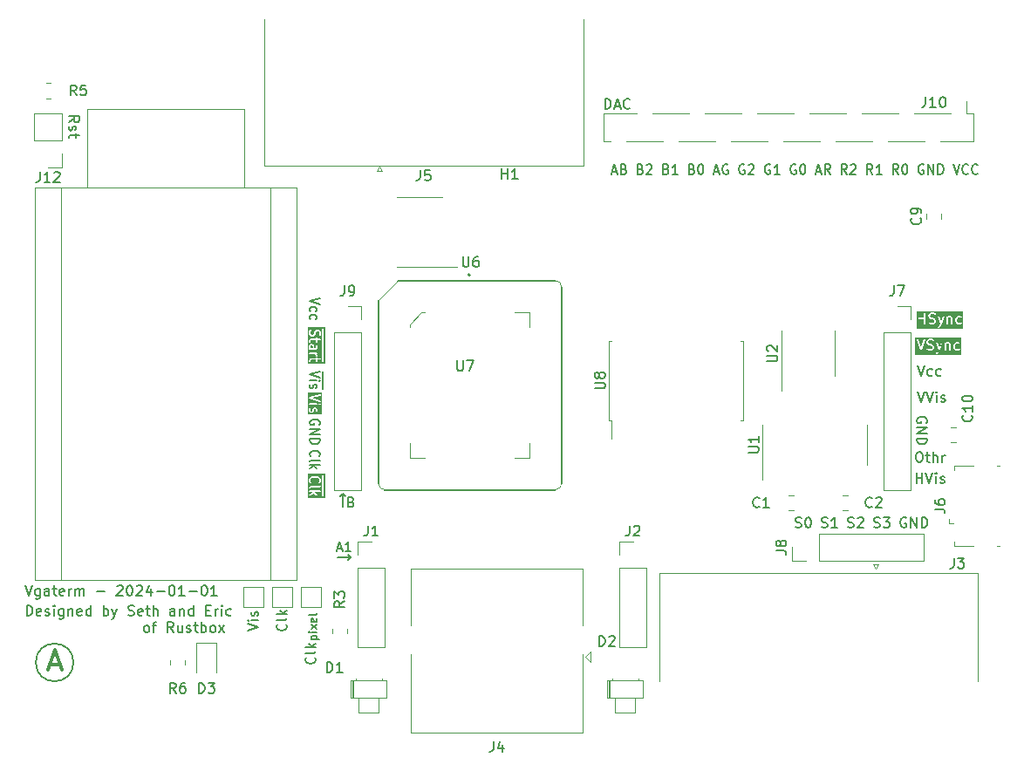
<source format=gbr>
%TF.GenerationSoftware,KiCad,Pcbnew,7.0.10*%
%TF.CreationDate,2024-02-26T12:00:29-08:00*%
%TF.ProjectId,vgaterm-bottom,76676174-6572-46d2-9d62-6f74746f6d2e,rev?*%
%TF.SameCoordinates,Original*%
%TF.FileFunction,Legend,Top*%
%TF.FilePolarity,Positive*%
%FSLAX46Y46*%
G04 Gerber Fmt 4.6, Leading zero omitted, Abs format (unit mm)*
G04 Created by KiCad (PCBNEW 7.0.10) date 2024-02-26 12:00:29*
%MOMM*%
%LPD*%
G01*
G04 APERTURE LIST*
%ADD10C,0.150000*%
%ADD11C,0.300000*%
%ADD12C,0.120000*%
%ADD13C,0.127000*%
%ADD14C,0.200010*%
G04 APERTURE END LIST*
D10*
X86667620Y-136652000D02*
G75*
G03*
X83004380Y-136652000I-1831620J0D01*
G01*
X83004380Y-136652000D02*
G75*
G03*
X86667620Y-136652000I1831620J0D01*
G01*
X112776000Y-120269000D02*
X112522000Y-120523000D01*
X113538000Y-126492000D02*
X113284000Y-126238000D01*
X112776000Y-120269000D02*
X113030000Y-120523000D01*
X113538000Y-126492000D02*
X113284000Y-126746000D01*
X112776000Y-121539000D02*
X112776000Y-120269000D01*
X112268000Y-126492000D02*
X113538000Y-126492000D01*
X138258779Y-82927819D02*
X138258779Y-81927819D01*
X138258779Y-81927819D02*
X138496874Y-81927819D01*
X138496874Y-81927819D02*
X138639731Y-81975438D01*
X138639731Y-81975438D02*
X138734969Y-82070676D01*
X138734969Y-82070676D02*
X138782588Y-82165914D01*
X138782588Y-82165914D02*
X138830207Y-82356390D01*
X138830207Y-82356390D02*
X138830207Y-82499247D01*
X138830207Y-82499247D02*
X138782588Y-82689723D01*
X138782588Y-82689723D02*
X138734969Y-82784961D01*
X138734969Y-82784961D02*
X138639731Y-82880200D01*
X138639731Y-82880200D02*
X138496874Y-82927819D01*
X138496874Y-82927819D02*
X138258779Y-82927819D01*
X139211160Y-82642104D02*
X139687350Y-82642104D01*
X139115922Y-82927819D02*
X139449255Y-81927819D01*
X139449255Y-81927819D02*
X139782588Y-82927819D01*
X140687350Y-82832580D02*
X140639731Y-82880200D01*
X140639731Y-82880200D02*
X140496874Y-82927819D01*
X140496874Y-82927819D02*
X140401636Y-82927819D01*
X140401636Y-82927819D02*
X140258779Y-82880200D01*
X140258779Y-82880200D02*
X140163541Y-82784961D01*
X140163541Y-82784961D02*
X140115922Y-82689723D01*
X140115922Y-82689723D02*
X140068303Y-82499247D01*
X140068303Y-82499247D02*
X140068303Y-82356390D01*
X140068303Y-82356390D02*
X140115922Y-82165914D01*
X140115922Y-82165914D02*
X140163541Y-82070676D01*
X140163541Y-82070676D02*
X140258779Y-81975438D01*
X140258779Y-81975438D02*
X140401636Y-81927819D01*
X140401636Y-81927819D02*
X140496874Y-81927819D01*
X140496874Y-81927819D02*
X140639731Y-81975438D01*
X140639731Y-81975438D02*
X140687350Y-82023057D01*
X168484779Y-119249819D02*
X168484779Y-118249819D01*
X168484779Y-118726009D02*
X169056207Y-118726009D01*
X169056207Y-119249819D02*
X169056207Y-118249819D01*
X169389541Y-118249819D02*
X169722874Y-119249819D01*
X169722874Y-119249819D02*
X170056207Y-118249819D01*
X170389541Y-119249819D02*
X170389541Y-118583152D01*
X170389541Y-118249819D02*
X170341922Y-118297438D01*
X170341922Y-118297438D02*
X170389541Y-118345057D01*
X170389541Y-118345057D02*
X170437160Y-118297438D01*
X170437160Y-118297438D02*
X170389541Y-118249819D01*
X170389541Y-118249819D02*
X170389541Y-118345057D01*
X170818112Y-119202200D02*
X170913350Y-119249819D01*
X170913350Y-119249819D02*
X171103826Y-119249819D01*
X171103826Y-119249819D02*
X171199064Y-119202200D01*
X171199064Y-119202200D02*
X171246683Y-119106961D01*
X171246683Y-119106961D02*
X171246683Y-119059342D01*
X171246683Y-119059342D02*
X171199064Y-118964104D01*
X171199064Y-118964104D02*
X171103826Y-118916485D01*
X171103826Y-118916485D02*
X170960969Y-118916485D01*
X170960969Y-118916485D02*
X170865731Y-118868866D01*
X170865731Y-118868866D02*
X170818112Y-118773628D01*
X170818112Y-118773628D02*
X170818112Y-118726009D01*
X170818112Y-118726009D02*
X170865731Y-118630771D01*
X170865731Y-118630771D02*
X170960969Y-118583152D01*
X170960969Y-118583152D02*
X171103826Y-118583152D01*
X171103826Y-118583152D02*
X171199064Y-118630771D01*
X86236180Y-84220207D02*
X86712371Y-83886874D01*
X86236180Y-83648779D02*
X87236180Y-83648779D01*
X87236180Y-83648779D02*
X87236180Y-84029731D01*
X87236180Y-84029731D02*
X87188561Y-84124969D01*
X87188561Y-84124969D02*
X87140942Y-84172588D01*
X87140942Y-84172588D02*
X87045704Y-84220207D01*
X87045704Y-84220207D02*
X86902847Y-84220207D01*
X86902847Y-84220207D02*
X86807609Y-84172588D01*
X86807609Y-84172588D02*
X86759990Y-84124969D01*
X86759990Y-84124969D02*
X86712371Y-84029731D01*
X86712371Y-84029731D02*
X86712371Y-83648779D01*
X86283800Y-84601160D02*
X86236180Y-84696398D01*
X86236180Y-84696398D02*
X86236180Y-84886874D01*
X86236180Y-84886874D02*
X86283800Y-84982112D01*
X86283800Y-84982112D02*
X86379038Y-85029731D01*
X86379038Y-85029731D02*
X86426657Y-85029731D01*
X86426657Y-85029731D02*
X86521895Y-84982112D01*
X86521895Y-84982112D02*
X86569514Y-84886874D01*
X86569514Y-84886874D02*
X86569514Y-84744017D01*
X86569514Y-84744017D02*
X86617133Y-84648779D01*
X86617133Y-84648779D02*
X86712371Y-84601160D01*
X86712371Y-84601160D02*
X86759990Y-84601160D01*
X86759990Y-84601160D02*
X86855228Y-84648779D01*
X86855228Y-84648779D02*
X86902847Y-84744017D01*
X86902847Y-84744017D02*
X86902847Y-84886874D01*
X86902847Y-84886874D02*
X86855228Y-84982112D01*
X86902847Y-85315446D02*
X86902847Y-85696398D01*
X87236180Y-85458303D02*
X86379038Y-85458303D01*
X86379038Y-85458303D02*
X86283800Y-85505922D01*
X86283800Y-85505922D02*
X86236180Y-85601160D01*
X86236180Y-85601160D02*
X86236180Y-85696398D01*
G36*
X111099657Y-120689402D02*
G01*
X109386323Y-120689402D01*
X109386323Y-120472684D01*
X110806800Y-120472684D01*
X110824347Y-120520893D01*
X110868776Y-120546545D01*
X110919300Y-120537636D01*
X110952277Y-120498336D01*
X110956800Y-120472684D01*
X110956800Y-118552684D01*
X110939253Y-118504475D01*
X110894824Y-118478823D01*
X110844300Y-118487732D01*
X110811323Y-118527032D01*
X110806800Y-118552684D01*
X110806800Y-120472684D01*
X109386323Y-120472684D01*
X109386323Y-120035374D01*
X109530319Y-120035374D01*
X109539228Y-120085898D01*
X109578528Y-120118875D01*
X109604180Y-120123398D01*
X109861115Y-120123398D01*
X109863616Y-120125648D01*
X109562220Y-120329091D01*
X109532079Y-120370607D01*
X109535674Y-120421783D01*
X109571325Y-120458676D01*
X109622348Y-120464021D01*
X109646140Y-120453419D01*
X109978520Y-120229063D01*
X110220675Y-120447002D01*
X110268247Y-120466210D01*
X110317035Y-120450346D01*
X110344212Y-120406832D01*
X110337061Y-120356030D01*
X110321020Y-120335508D01*
X110085342Y-120123398D01*
X110604180Y-120123398D01*
X110652389Y-120105851D01*
X110678041Y-120061422D01*
X110669132Y-120010898D01*
X110629832Y-119977921D01*
X110604180Y-119973398D01*
X109604180Y-119973398D01*
X109555971Y-119990945D01*
X109530319Y-120035374D01*
X109386323Y-120035374D01*
X109386323Y-119719781D01*
X109530545Y-119719781D01*
X109556925Y-119763782D01*
X109605417Y-119780531D01*
X109653330Y-119762192D01*
X109669742Y-119741965D01*
X109705274Y-119678006D01*
X109763136Y-119651969D01*
X110604180Y-119651969D01*
X110652389Y-119634422D01*
X110678041Y-119589993D01*
X110669132Y-119539469D01*
X110629832Y-119506492D01*
X110604180Y-119501969D01*
X109747038Y-119501969D01*
X109744307Y-119502963D01*
X109741510Y-119502173D01*
X109716261Y-119508575D01*
X109621023Y-119551432D01*
X109613047Y-119559195D01*
X109602650Y-119563175D01*
X109586239Y-119583402D01*
X109538618Y-119669117D01*
X109530545Y-119719781D01*
X109386323Y-119719781D01*
X109386323Y-119019826D01*
X109529180Y-119019826D01*
X109529256Y-119020037D01*
X109529181Y-119020249D01*
X109533849Y-119045875D01*
X109581469Y-119174447D01*
X109584856Y-119178437D01*
X109585586Y-119183623D01*
X109601628Y-119204145D01*
X109649247Y-119247002D01*
X109696819Y-119266210D01*
X109745607Y-119250346D01*
X109772784Y-119206832D01*
X109765633Y-119156030D01*
X109749591Y-119135508D01*
X109715711Y-119105016D01*
X109679180Y-119006383D01*
X109679180Y-118947554D01*
X109715711Y-118848923D01*
X109788500Y-118783411D01*
X109866137Y-118748475D01*
X110041086Y-118709112D01*
X110167275Y-118709112D01*
X110342225Y-118748475D01*
X110419858Y-118783410D01*
X110492649Y-118848923D01*
X110529180Y-118947554D01*
X110529180Y-119006384D01*
X110492649Y-119105016D01*
X110458770Y-119135508D01*
X110434675Y-119180801D01*
X110445329Y-119230985D01*
X110485750Y-119262579D01*
X110537022Y-119260800D01*
X110559114Y-119247002D01*
X110606733Y-119204145D01*
X110609191Y-119199523D01*
X110613741Y-119196931D01*
X110626892Y-119174446D01*
X110674511Y-119045874D01*
X110674512Y-119045650D01*
X110674657Y-119045478D01*
X110679180Y-119019826D01*
X110679180Y-118934112D01*
X110679103Y-118933900D01*
X110679179Y-118933689D01*
X110674511Y-118908063D01*
X110626892Y-118779492D01*
X110623504Y-118775501D01*
X110622775Y-118770316D01*
X110606733Y-118749794D01*
X110511496Y-118664079D01*
X110509516Y-118663279D01*
X110492101Y-118651432D01*
X110396862Y-118608575D01*
X110393359Y-118608316D01*
X110382548Y-118603798D01*
X110192072Y-118560941D01*
X110188548Y-118561393D01*
X110175609Y-118559112D01*
X110032752Y-118559112D01*
X110029415Y-118560326D01*
X110016289Y-118560941D01*
X109825813Y-118603798D01*
X109822854Y-118605695D01*
X109811499Y-118608575D01*
X109716261Y-118651432D01*
X109714732Y-118652920D01*
X109696865Y-118664079D01*
X109601627Y-118749794D01*
X109599167Y-118754416D01*
X109594620Y-118757008D01*
X109581469Y-118779492D01*
X109533849Y-118908063D01*
X109533847Y-118908287D01*
X109533703Y-118908460D01*
X109529180Y-118934112D01*
X109529180Y-119019826D01*
X109386323Y-119019826D01*
X109386323Y-118335966D01*
X111099657Y-118335966D01*
X111099657Y-120689402D01*
G37*
X110556561Y-113560398D02*
X110604180Y-113474684D01*
X110604180Y-113474684D02*
X110604180Y-113346112D01*
X110604180Y-113346112D02*
X110556561Y-113217541D01*
X110556561Y-113217541D02*
X110461323Y-113131826D01*
X110461323Y-113131826D02*
X110366085Y-113088969D01*
X110366085Y-113088969D02*
X110175609Y-113046112D01*
X110175609Y-113046112D02*
X110032752Y-113046112D01*
X110032752Y-113046112D02*
X109842276Y-113088969D01*
X109842276Y-113088969D02*
X109747038Y-113131826D01*
X109747038Y-113131826D02*
X109651800Y-113217541D01*
X109651800Y-113217541D02*
X109604180Y-113346112D01*
X109604180Y-113346112D02*
X109604180Y-113431826D01*
X109604180Y-113431826D02*
X109651800Y-113560398D01*
X109651800Y-113560398D02*
X109699419Y-113603255D01*
X109699419Y-113603255D02*
X110032752Y-113603255D01*
X110032752Y-113603255D02*
X110032752Y-113431826D01*
X109604180Y-113988969D02*
X110604180Y-113988969D01*
X110604180Y-113988969D02*
X109604180Y-114503255D01*
X109604180Y-114503255D02*
X110604180Y-114503255D01*
X109604180Y-114931826D02*
X110604180Y-114931826D01*
X110604180Y-114931826D02*
X110604180Y-115146112D01*
X110604180Y-115146112D02*
X110556561Y-115274683D01*
X110556561Y-115274683D02*
X110461323Y-115360398D01*
X110461323Y-115360398D02*
X110366085Y-115403255D01*
X110366085Y-115403255D02*
X110175609Y-115446112D01*
X110175609Y-115446112D02*
X110032752Y-115446112D01*
X110032752Y-115446112D02*
X109842276Y-115403255D01*
X109842276Y-115403255D02*
X109747038Y-115360398D01*
X109747038Y-115360398D02*
X109651800Y-115274683D01*
X109651800Y-115274683D02*
X109604180Y-115146112D01*
X109604180Y-115146112D02*
X109604180Y-114931826D01*
G36*
X109884039Y-105882577D02*
G01*
X109910133Y-105929547D01*
X109910133Y-106124398D01*
X109912233Y-106130168D01*
X109911277Y-106135113D01*
X109695930Y-106135113D01*
X109679180Y-106104962D01*
X109679180Y-105929548D01*
X109705274Y-105882578D01*
X109763136Y-105856541D01*
X109826179Y-105856541D01*
X109884039Y-105882577D01*
G37*
G36*
X111099657Y-107626831D02*
G01*
X109386323Y-107626831D01*
X109386323Y-107410113D01*
X109529180Y-107410113D01*
X109546727Y-107458322D01*
X109591156Y-107483974D01*
X109641680Y-107475065D01*
X109674657Y-107435765D01*
X109679180Y-107410113D01*
X109679180Y-107343834D01*
X109705274Y-107296864D01*
X109763136Y-107270827D01*
X110195847Y-107270827D01*
X110195847Y-107410113D01*
X110213394Y-107458322D01*
X110257823Y-107483974D01*
X110308347Y-107475065D01*
X110341324Y-107435765D01*
X110345847Y-107410113D01*
X110345847Y-107405828D01*
X110806800Y-107405828D01*
X110824347Y-107454037D01*
X110868776Y-107479689D01*
X110919300Y-107470780D01*
X110952277Y-107431480D01*
X110956800Y-107405828D01*
X110956800Y-104328684D01*
X110939253Y-104280475D01*
X110894824Y-104254823D01*
X110844300Y-104263732D01*
X110811323Y-104303032D01*
X110806800Y-104328684D01*
X110806800Y-107405828D01*
X110345847Y-107405828D01*
X110345847Y-107270827D01*
X110604180Y-107270827D01*
X110652389Y-107253280D01*
X110678041Y-107208851D01*
X110669132Y-107158327D01*
X110629832Y-107125350D01*
X110604180Y-107120827D01*
X110345847Y-107120827D01*
X110345847Y-107067256D01*
X110328300Y-107019047D01*
X110283871Y-106993395D01*
X110233347Y-107002304D01*
X110200370Y-107041604D01*
X110195847Y-107067256D01*
X110195847Y-107120827D01*
X109747038Y-107120827D01*
X109744307Y-107121821D01*
X109741510Y-107121031D01*
X109716261Y-107127433D01*
X109621023Y-107170290D01*
X109613047Y-107178053D01*
X109602650Y-107182033D01*
X109586239Y-107202260D01*
X109538618Y-107287975D01*
X109537651Y-107294041D01*
X109533703Y-107298747D01*
X109529180Y-107324399D01*
X109529180Y-107410113D01*
X109386323Y-107410113D01*
X109386323Y-106625660D01*
X109530319Y-106625660D01*
X109539228Y-106676184D01*
X109578528Y-106709161D01*
X109604180Y-106713684D01*
X110064274Y-106713684D01*
X110134144Y-106745125D01*
X110163747Y-106771767D01*
X110195847Y-106829547D01*
X110195847Y-106895827D01*
X110213394Y-106944036D01*
X110257823Y-106969688D01*
X110308347Y-106960779D01*
X110341324Y-106921479D01*
X110345847Y-106895827D01*
X110345847Y-106810113D01*
X110343746Y-106804341D01*
X110344913Y-106798310D01*
X110336409Y-106773689D01*
X110297652Y-106703927D01*
X110319056Y-106696137D01*
X110344708Y-106651708D01*
X110335799Y-106601184D01*
X110296499Y-106568207D01*
X110270847Y-106563684D01*
X109604180Y-106563684D01*
X109555971Y-106581231D01*
X109530319Y-106625660D01*
X109386323Y-106625660D01*
X109386323Y-106124398D01*
X109529180Y-106124398D01*
X109531280Y-106130169D01*
X109530114Y-106136201D01*
X109538618Y-106160822D01*
X109544816Y-106171979D01*
X109530319Y-106197089D01*
X109539228Y-106247613D01*
X109578528Y-106280590D01*
X109604180Y-106285113D01*
X110127990Y-106285113D01*
X110130721Y-106284118D01*
X110133519Y-106284909D01*
X110158768Y-106278507D01*
X110254006Y-106235649D01*
X110261981Y-106227885D01*
X110272378Y-106223906D01*
X110288790Y-106203678D01*
X110336409Y-106117965D01*
X110337375Y-106111898D01*
X110341324Y-106107193D01*
X110345847Y-106081541D01*
X110345847Y-105910113D01*
X110343746Y-105904341D01*
X110344913Y-105898310D01*
X110336409Y-105873690D01*
X110288790Y-105787975D01*
X110250039Y-105754354D01*
X110198743Y-105753507D01*
X110158904Y-105785831D01*
X110149162Y-105836200D01*
X110157666Y-105860821D01*
X110195847Y-105929547D01*
X110195847Y-106062106D01*
X110169753Y-106109074D01*
X110111892Y-106135113D01*
X110076883Y-106135113D01*
X110060133Y-106104963D01*
X110060133Y-105910113D01*
X110058032Y-105904341D01*
X110059199Y-105898310D01*
X110050695Y-105873690D01*
X110003076Y-105787975D01*
X109994668Y-105780680D01*
X109989828Y-105770655D01*
X109968292Y-105756004D01*
X109873053Y-105713147D01*
X109870155Y-105712932D01*
X109867928Y-105711064D01*
X109842276Y-105706541D01*
X109747038Y-105706541D01*
X109744307Y-105707535D01*
X109741510Y-105706745D01*
X109716261Y-105713147D01*
X109621023Y-105756004D01*
X109613047Y-105763767D01*
X109602650Y-105767747D01*
X109586239Y-105787974D01*
X109538618Y-105873689D01*
X109537651Y-105879755D01*
X109533703Y-105884461D01*
X109529180Y-105910113D01*
X109529180Y-106124398D01*
X109386323Y-106124398D01*
X109386323Y-105524398D01*
X109529180Y-105524398D01*
X109546727Y-105572607D01*
X109591156Y-105598259D01*
X109641680Y-105589350D01*
X109674657Y-105550050D01*
X109679180Y-105524398D01*
X109679180Y-105458119D01*
X109705274Y-105411149D01*
X109763136Y-105385112D01*
X110195847Y-105385112D01*
X110195847Y-105524398D01*
X110213394Y-105572607D01*
X110257823Y-105598259D01*
X110308347Y-105589350D01*
X110341324Y-105550050D01*
X110345847Y-105524398D01*
X110345847Y-105385112D01*
X110604180Y-105385112D01*
X110652389Y-105367565D01*
X110678041Y-105323136D01*
X110669132Y-105272612D01*
X110629832Y-105239635D01*
X110604180Y-105235112D01*
X110345847Y-105235112D01*
X110345847Y-105181541D01*
X110328300Y-105133332D01*
X110283871Y-105107680D01*
X110233347Y-105116589D01*
X110200370Y-105155889D01*
X110195847Y-105181541D01*
X110195847Y-105235112D01*
X109747038Y-105235112D01*
X109744307Y-105236106D01*
X109741510Y-105235316D01*
X109716261Y-105241718D01*
X109621023Y-105284575D01*
X109613047Y-105292338D01*
X109602650Y-105296318D01*
X109586239Y-105316545D01*
X109538618Y-105402260D01*
X109537651Y-105408326D01*
X109533703Y-105413032D01*
X109529180Y-105438684D01*
X109529180Y-105524398D01*
X109386323Y-105524398D01*
X109386323Y-104752969D01*
X109529180Y-104752969D01*
X109531280Y-104758740D01*
X109530114Y-104764772D01*
X109538618Y-104789393D01*
X109586239Y-104875108D01*
X109587122Y-104875874D01*
X109601628Y-104894431D01*
X109649247Y-104937288D01*
X109651224Y-104938086D01*
X109668642Y-104949935D01*
X109763880Y-104992792D01*
X109766777Y-104993006D01*
X109769005Y-104994875D01*
X109794657Y-104999398D01*
X109889895Y-104999398D01*
X109892626Y-104998403D01*
X109895424Y-104999194D01*
X109920672Y-104992792D01*
X110015911Y-104949935D01*
X110017441Y-104948444D01*
X110035305Y-104937288D01*
X110082924Y-104894431D01*
X110083474Y-104893395D01*
X110098314Y-104875107D01*
X110145933Y-104789392D01*
X110146486Y-104785918D01*
X110152635Y-104773042D01*
X110197872Y-104610186D01*
X110235089Y-104543194D01*
X110264690Y-104516554D01*
X110334564Y-104485112D01*
X110397607Y-104485112D01*
X110467479Y-104516554D01*
X110497080Y-104543194D01*
X110529180Y-104600975D01*
X110529180Y-104782384D01*
X110486230Y-104898350D01*
X110485941Y-104949652D01*
X110518695Y-104989138D01*
X110569168Y-104998331D01*
X110613741Y-104972931D01*
X110626892Y-104950446D01*
X110674511Y-104821874D01*
X110674512Y-104821650D01*
X110674657Y-104821478D01*
X110679180Y-104795826D01*
X110679180Y-104581541D01*
X110677079Y-104575769D01*
X110678246Y-104569738D01*
X110669742Y-104545118D01*
X110622123Y-104459403D01*
X110621238Y-104458635D01*
X110606733Y-104440079D01*
X110559114Y-104397222D01*
X110557136Y-104396423D01*
X110539720Y-104384575D01*
X110444481Y-104341718D01*
X110441583Y-104341503D01*
X110439356Y-104339635D01*
X110413704Y-104335112D01*
X110318466Y-104335112D01*
X110315735Y-104336106D01*
X110312938Y-104335316D01*
X110287689Y-104341718D01*
X110192451Y-104384575D01*
X110190922Y-104386062D01*
X110173056Y-104397222D01*
X110125437Y-104440079D01*
X110124887Y-104441111D01*
X110110047Y-104459403D01*
X110062428Y-104545118D01*
X110061874Y-104548591D01*
X110055726Y-104561468D01*
X110010488Y-104724323D01*
X109973271Y-104791315D01*
X109943670Y-104817955D01*
X109873798Y-104849398D01*
X109810755Y-104849398D01*
X109740881Y-104817955D01*
X109711280Y-104791314D01*
X109679180Y-104733533D01*
X109679180Y-104552126D01*
X109722131Y-104436161D01*
X109722420Y-104384859D01*
X109689666Y-104345373D01*
X109639193Y-104336179D01*
X109594620Y-104361579D01*
X109581469Y-104384063D01*
X109533849Y-104512635D01*
X109533847Y-104512859D01*
X109533703Y-104513032D01*
X109529180Y-104538684D01*
X109529180Y-104752969D01*
X109386323Y-104752969D01*
X109386323Y-104111966D01*
X111099657Y-104111966D01*
X111099657Y-107626831D01*
G37*
X164373160Y-123520200D02*
X164516017Y-123567819D01*
X164516017Y-123567819D02*
X164754112Y-123567819D01*
X164754112Y-123567819D02*
X164849350Y-123520200D01*
X164849350Y-123520200D02*
X164896969Y-123472580D01*
X164896969Y-123472580D02*
X164944588Y-123377342D01*
X164944588Y-123377342D02*
X164944588Y-123282104D01*
X164944588Y-123282104D02*
X164896969Y-123186866D01*
X164896969Y-123186866D02*
X164849350Y-123139247D01*
X164849350Y-123139247D02*
X164754112Y-123091628D01*
X164754112Y-123091628D02*
X164563636Y-123044009D01*
X164563636Y-123044009D02*
X164468398Y-122996390D01*
X164468398Y-122996390D02*
X164420779Y-122948771D01*
X164420779Y-122948771D02*
X164373160Y-122853533D01*
X164373160Y-122853533D02*
X164373160Y-122758295D01*
X164373160Y-122758295D02*
X164420779Y-122663057D01*
X164420779Y-122663057D02*
X164468398Y-122615438D01*
X164468398Y-122615438D02*
X164563636Y-122567819D01*
X164563636Y-122567819D02*
X164801731Y-122567819D01*
X164801731Y-122567819D02*
X164944588Y-122615438D01*
X165277922Y-122567819D02*
X165896969Y-122567819D01*
X165896969Y-122567819D02*
X165563636Y-122948771D01*
X165563636Y-122948771D02*
X165706493Y-122948771D01*
X165706493Y-122948771D02*
X165801731Y-122996390D01*
X165801731Y-122996390D02*
X165849350Y-123044009D01*
X165849350Y-123044009D02*
X165896969Y-123139247D01*
X165896969Y-123139247D02*
X165896969Y-123377342D01*
X165896969Y-123377342D02*
X165849350Y-123472580D01*
X165849350Y-123472580D02*
X165801731Y-123520200D01*
X165801731Y-123520200D02*
X165706493Y-123567819D01*
X165706493Y-123567819D02*
X165420779Y-123567819D01*
X165420779Y-123567819D02*
X165325541Y-123520200D01*
X165325541Y-123520200D02*
X165277922Y-123472580D01*
G36*
X173051739Y-104306517D02*
G01*
X168520922Y-104306517D01*
X168520922Y-103755819D01*
X168663779Y-103755819D01*
X168681326Y-103804028D01*
X168725755Y-103829680D01*
X168776279Y-103820771D01*
X168809256Y-103781471D01*
X168813779Y-103755819D01*
X168813779Y-103307009D01*
X169235207Y-103307009D01*
X169235207Y-103755819D01*
X169252754Y-103804028D01*
X169297183Y-103829680D01*
X169347707Y-103820771D01*
X169380684Y-103781471D01*
X169385207Y-103755819D01*
X169385207Y-103041533D01*
X169663779Y-103041533D01*
X169665312Y-103045746D01*
X169664271Y-103050107D01*
X169671697Y-103075074D01*
X169719316Y-103170312D01*
X169720505Y-103171437D01*
X169733365Y-103189804D01*
X169780984Y-103237423D01*
X169782465Y-103238114D01*
X169800476Y-103251472D01*
X169895714Y-103299091D01*
X169899242Y-103299497D01*
X169911065Y-103304770D01*
X170093555Y-103350392D01*
X170170542Y-103388886D01*
X170200949Y-103419293D01*
X170235207Y-103487809D01*
X170235207Y-103547637D01*
X170200948Y-103616153D01*
X170170541Y-103646561D01*
X170102026Y-103680819D01*
X169893806Y-103680819D01*
X169762496Y-103637049D01*
X169711212Y-103638450D01*
X169672827Y-103672487D01*
X169665302Y-103723236D01*
X169692157Y-103766948D01*
X169715062Y-103779351D01*
X169857918Y-103826970D01*
X169859553Y-103826925D01*
X169881636Y-103830819D01*
X170119731Y-103830819D01*
X170123944Y-103829285D01*
X170128305Y-103830327D01*
X170153272Y-103822901D01*
X170248510Y-103775282D01*
X170249634Y-103774094D01*
X170268003Y-103761232D01*
X170315621Y-103713613D01*
X170316311Y-103712131D01*
X170329670Y-103694121D01*
X170377289Y-103598883D01*
X170377801Y-103594429D01*
X170380684Y-103590994D01*
X170385207Y-103565342D01*
X170385207Y-103470104D01*
X170383673Y-103465890D01*
X170384715Y-103461529D01*
X170377289Y-103436563D01*
X170329670Y-103341325D01*
X170328480Y-103340199D01*
X170315621Y-103321833D01*
X170268002Y-103274214D01*
X170266520Y-103273523D01*
X170248510Y-103260165D01*
X170153272Y-103212546D01*
X170149743Y-103212139D01*
X170137921Y-103206867D01*
X169955431Y-103161244D01*
X169878444Y-103122751D01*
X169848037Y-103092344D01*
X169846214Y-103088698D01*
X170568542Y-103088698D01*
X170572910Y-103114377D01*
X170801459Y-103754316D01*
X170722479Y-103951766D01*
X170694352Y-103979894D01*
X170610000Y-104022070D01*
X170574728Y-104059324D01*
X170571653Y-104110535D01*
X170602217Y-104151740D01*
X170652115Y-104163660D01*
X170677082Y-104156234D01*
X170772320Y-104108615D01*
X170773445Y-104107425D01*
X170791812Y-104094566D01*
X170839431Y-104046947D01*
X170840362Y-104044948D01*
X170842307Y-104043906D01*
X170856034Y-104021768D01*
X170951272Y-103783673D01*
X170951301Y-103782740D01*
X170952267Y-103781044D01*
X170961276Y-103755819D01*
X171425684Y-103755819D01*
X171443231Y-103804028D01*
X171487660Y-103829680D01*
X171538184Y-103820771D01*
X171571161Y-103781471D01*
X171575684Y-103755819D01*
X171575684Y-103215456D01*
X171592730Y-103198410D01*
X171661246Y-103164152D01*
X171768693Y-103164152D01*
X171825734Y-103192672D01*
X171854255Y-103249714D01*
X171854255Y-103755819D01*
X171871802Y-103804028D01*
X171916231Y-103829680D01*
X171966755Y-103820771D01*
X171999732Y-103781471D01*
X172004255Y-103755819D01*
X172004255Y-103565342D01*
X172282827Y-103565342D01*
X172284360Y-103569555D01*
X172283319Y-103573916D01*
X172290745Y-103598883D01*
X172338364Y-103694121D01*
X172339552Y-103695246D01*
X172352412Y-103713612D01*
X172400031Y-103761232D01*
X172401512Y-103761922D01*
X172419524Y-103775282D01*
X172514762Y-103822901D01*
X172519215Y-103823413D01*
X172522651Y-103826296D01*
X172548303Y-103830819D01*
X172738779Y-103830819D01*
X172742992Y-103829285D01*
X172747353Y-103830327D01*
X172772320Y-103822901D01*
X172867558Y-103775282D01*
X172902830Y-103738028D01*
X172905905Y-103686818D01*
X172875341Y-103645612D01*
X172825442Y-103633692D01*
X172800476Y-103641118D01*
X172721074Y-103680819D01*
X172566008Y-103680819D01*
X172497492Y-103646561D01*
X172467085Y-103616153D01*
X172432827Y-103547637D01*
X172432827Y-103297333D01*
X172467085Y-103228817D01*
X172497492Y-103198410D01*
X172566008Y-103164152D01*
X172721074Y-103164152D01*
X172800476Y-103203853D01*
X172851442Y-103209718D01*
X172894255Y-103181452D01*
X172908882Y-103132277D01*
X172888479Y-103085206D01*
X172867558Y-103069689D01*
X172772320Y-103022070D01*
X172767866Y-103021557D01*
X172764431Y-103018675D01*
X172738779Y-103014152D01*
X172548303Y-103014152D01*
X172544089Y-103015685D01*
X172539728Y-103014644D01*
X172514762Y-103022070D01*
X172419524Y-103069689D01*
X172418398Y-103070878D01*
X172400032Y-103083738D01*
X172352413Y-103131357D01*
X172351722Y-103132838D01*
X172338364Y-103150849D01*
X172290745Y-103246087D01*
X172290232Y-103250540D01*
X172287350Y-103253976D01*
X172282827Y-103279628D01*
X172282827Y-103565342D01*
X172004255Y-103565342D01*
X172004255Y-103232009D01*
X172002721Y-103227795D01*
X172003763Y-103223434D01*
X171996337Y-103198468D01*
X171948718Y-103103230D01*
X171940564Y-103095510D01*
X171936098Y-103085206D01*
X171915177Y-103069689D01*
X171819939Y-103022070D01*
X171815485Y-103021557D01*
X171812050Y-103018675D01*
X171786398Y-103014152D01*
X171643541Y-103014152D01*
X171639327Y-103015685D01*
X171634966Y-103014644D01*
X171610000Y-103022070D01*
X171560310Y-103046914D01*
X171558137Y-103040943D01*
X171513708Y-103015291D01*
X171463184Y-103024200D01*
X171430207Y-103063500D01*
X171425684Y-103089152D01*
X171425684Y-103755819D01*
X170961276Y-103755819D01*
X171190362Y-103114377D01*
X171190051Y-103063075D01*
X171156838Y-103023975D01*
X171106261Y-103015372D01*
X171061987Y-103041291D01*
X171049100Y-103063927D01*
X170881636Y-103532826D01*
X170714172Y-103063927D01*
X170681432Y-103024428D01*
X170630964Y-103015214D01*
X170586380Y-103040597D01*
X170568542Y-103088698D01*
X169846214Y-103088698D01*
X169813779Y-103023828D01*
X169813779Y-102964000D01*
X169848037Y-102895484D01*
X169878444Y-102865077D01*
X169946960Y-102830819D01*
X170155180Y-102830819D01*
X170286489Y-102874589D01*
X170337773Y-102873188D01*
X170376159Y-102839150D01*
X170383684Y-102788402D01*
X170356829Y-102744689D01*
X170333924Y-102732287D01*
X170191067Y-102684668D01*
X170189432Y-102684712D01*
X170167350Y-102680819D01*
X169929255Y-102680819D01*
X169925041Y-102682352D01*
X169920680Y-102681311D01*
X169895714Y-102688737D01*
X169800476Y-102736356D01*
X169799350Y-102737545D01*
X169780984Y-102750405D01*
X169733365Y-102798024D01*
X169732674Y-102799505D01*
X169719316Y-102817516D01*
X169671697Y-102912754D01*
X169671184Y-102917207D01*
X169668302Y-102920643D01*
X169663779Y-102946295D01*
X169663779Y-103041533D01*
X169385207Y-103041533D01*
X169385207Y-102755819D01*
X169367660Y-102707610D01*
X169323231Y-102681958D01*
X169272707Y-102690867D01*
X169239730Y-102730167D01*
X169235207Y-102755819D01*
X169235207Y-103157009D01*
X168813779Y-103157009D01*
X168813779Y-102755819D01*
X168796232Y-102707610D01*
X168751803Y-102681958D01*
X168701279Y-102690867D01*
X168668302Y-102730167D01*
X168663779Y-102755819D01*
X168663779Y-103755819D01*
X168520922Y-103755819D01*
X168520922Y-102537962D01*
X173051739Y-102537962D01*
X173051739Y-104306517D01*
G37*
D11*
X84398320Y-136836209D02*
X85350701Y-136836209D01*
X84207844Y-137407638D02*
X84874510Y-135407638D01*
X84874510Y-135407638D02*
X85541177Y-137407638D01*
D10*
X167484588Y-122615438D02*
X167389350Y-122567819D01*
X167389350Y-122567819D02*
X167246493Y-122567819D01*
X167246493Y-122567819D02*
X167103636Y-122615438D01*
X167103636Y-122615438D02*
X167008398Y-122710676D01*
X167008398Y-122710676D02*
X166960779Y-122805914D01*
X166960779Y-122805914D02*
X166913160Y-122996390D01*
X166913160Y-122996390D02*
X166913160Y-123139247D01*
X166913160Y-123139247D02*
X166960779Y-123329723D01*
X166960779Y-123329723D02*
X167008398Y-123424961D01*
X167008398Y-123424961D02*
X167103636Y-123520200D01*
X167103636Y-123520200D02*
X167246493Y-123567819D01*
X167246493Y-123567819D02*
X167341731Y-123567819D01*
X167341731Y-123567819D02*
X167484588Y-123520200D01*
X167484588Y-123520200D02*
X167532207Y-123472580D01*
X167532207Y-123472580D02*
X167532207Y-123139247D01*
X167532207Y-123139247D02*
X167341731Y-123139247D01*
X167960779Y-123567819D02*
X167960779Y-122567819D01*
X167960779Y-122567819D02*
X168532207Y-123567819D01*
X168532207Y-123567819D02*
X168532207Y-122567819D01*
X169008398Y-123567819D02*
X169008398Y-122567819D01*
X169008398Y-122567819D02*
X169246493Y-122567819D01*
X169246493Y-122567819D02*
X169389350Y-122615438D01*
X169389350Y-122615438D02*
X169484588Y-122710676D01*
X169484588Y-122710676D02*
X169532207Y-122805914D01*
X169532207Y-122805914D02*
X169579826Y-122996390D01*
X169579826Y-122996390D02*
X169579826Y-123139247D01*
X169579826Y-123139247D02*
X169532207Y-123329723D01*
X169532207Y-123329723D02*
X169484588Y-123424961D01*
X169484588Y-123424961D02*
X169389350Y-123520200D01*
X169389350Y-123520200D02*
X169246493Y-123567819D01*
X169246493Y-123567819D02*
X169008398Y-123567819D01*
X110604180Y-108388398D02*
X109604180Y-108688398D01*
X109604180Y-108688398D02*
X110604180Y-108988398D01*
X109604180Y-109288398D02*
X110270847Y-109288398D01*
X110604180Y-109288398D02*
X110556561Y-109245541D01*
X110556561Y-109245541D02*
X110508942Y-109288398D01*
X110508942Y-109288398D02*
X110556561Y-109331255D01*
X110556561Y-109331255D02*
X110604180Y-109288398D01*
X110604180Y-109288398D02*
X110508942Y-109288398D01*
X109651800Y-109674112D02*
X109604180Y-109759826D01*
X109604180Y-109759826D02*
X109604180Y-109931255D01*
X109604180Y-109931255D02*
X109651800Y-110016969D01*
X109651800Y-110016969D02*
X109747038Y-110059826D01*
X109747038Y-110059826D02*
X109794657Y-110059826D01*
X109794657Y-110059826D02*
X109889895Y-110016969D01*
X109889895Y-110016969D02*
X109937514Y-109931255D01*
X109937514Y-109931255D02*
X109937514Y-109802684D01*
X109937514Y-109802684D02*
X109985133Y-109716969D01*
X109985133Y-109716969D02*
X110080371Y-109674112D01*
X110080371Y-109674112D02*
X110127990Y-109674112D01*
X110127990Y-109674112D02*
X110223228Y-109716969D01*
X110223228Y-109716969D02*
X110270847Y-109802684D01*
X110270847Y-109802684D02*
X110270847Y-109931255D01*
X110270847Y-109931255D02*
X110223228Y-110016969D01*
X110881800Y-108392684D02*
X110881800Y-110141255D01*
X109699419Y-116651255D02*
X109651800Y-116608398D01*
X109651800Y-116608398D02*
X109604180Y-116479826D01*
X109604180Y-116479826D02*
X109604180Y-116394112D01*
X109604180Y-116394112D02*
X109651800Y-116265541D01*
X109651800Y-116265541D02*
X109747038Y-116179826D01*
X109747038Y-116179826D02*
X109842276Y-116136969D01*
X109842276Y-116136969D02*
X110032752Y-116094112D01*
X110032752Y-116094112D02*
X110175609Y-116094112D01*
X110175609Y-116094112D02*
X110366085Y-116136969D01*
X110366085Y-116136969D02*
X110461323Y-116179826D01*
X110461323Y-116179826D02*
X110556561Y-116265541D01*
X110556561Y-116265541D02*
X110604180Y-116394112D01*
X110604180Y-116394112D02*
X110604180Y-116479826D01*
X110604180Y-116479826D02*
X110556561Y-116608398D01*
X110556561Y-116608398D02*
X110508942Y-116651255D01*
X109604180Y-117165541D02*
X109651800Y-117079826D01*
X109651800Y-117079826D02*
X109747038Y-117036969D01*
X109747038Y-117036969D02*
X110604180Y-117036969D01*
X109604180Y-117508398D02*
X110604180Y-117508398D01*
X109985133Y-117594113D02*
X109604180Y-117851255D01*
X110270847Y-117851255D02*
X109889895Y-117508398D01*
X169484561Y-113382588D02*
X169532180Y-113287350D01*
X169532180Y-113287350D02*
X169532180Y-113144493D01*
X169532180Y-113144493D02*
X169484561Y-113001636D01*
X169484561Y-113001636D02*
X169389323Y-112906398D01*
X169389323Y-112906398D02*
X169294085Y-112858779D01*
X169294085Y-112858779D02*
X169103609Y-112811160D01*
X169103609Y-112811160D02*
X168960752Y-112811160D01*
X168960752Y-112811160D02*
X168770276Y-112858779D01*
X168770276Y-112858779D02*
X168675038Y-112906398D01*
X168675038Y-112906398D02*
X168579800Y-113001636D01*
X168579800Y-113001636D02*
X168532180Y-113144493D01*
X168532180Y-113144493D02*
X168532180Y-113239731D01*
X168532180Y-113239731D02*
X168579800Y-113382588D01*
X168579800Y-113382588D02*
X168627419Y-113430207D01*
X168627419Y-113430207D02*
X168960752Y-113430207D01*
X168960752Y-113430207D02*
X168960752Y-113239731D01*
X168532180Y-113858779D02*
X169532180Y-113858779D01*
X169532180Y-113858779D02*
X168532180Y-114430207D01*
X168532180Y-114430207D02*
X169532180Y-114430207D01*
X168532180Y-114906398D02*
X169532180Y-114906398D01*
X169532180Y-114906398D02*
X169532180Y-115144493D01*
X169532180Y-115144493D02*
X169484561Y-115287350D01*
X169484561Y-115287350D02*
X169389323Y-115382588D01*
X169389323Y-115382588D02*
X169294085Y-115430207D01*
X169294085Y-115430207D02*
X169103609Y-115477826D01*
X169103609Y-115477826D02*
X168960752Y-115477826D01*
X168960752Y-115477826D02*
X168770276Y-115430207D01*
X168770276Y-115430207D02*
X168675038Y-115382588D01*
X168675038Y-115382588D02*
X168579800Y-115287350D01*
X168579800Y-115287350D02*
X168532180Y-115144493D01*
X168532180Y-115144493D02*
X168532180Y-114906398D01*
X168675255Y-116217819D02*
X168865731Y-116217819D01*
X168865731Y-116217819D02*
X168960969Y-116265438D01*
X168960969Y-116265438D02*
X169056207Y-116360676D01*
X169056207Y-116360676D02*
X169103826Y-116551152D01*
X169103826Y-116551152D02*
X169103826Y-116884485D01*
X169103826Y-116884485D02*
X169056207Y-117074961D01*
X169056207Y-117074961D02*
X168960969Y-117170200D01*
X168960969Y-117170200D02*
X168865731Y-117217819D01*
X168865731Y-117217819D02*
X168675255Y-117217819D01*
X168675255Y-117217819D02*
X168580017Y-117170200D01*
X168580017Y-117170200D02*
X168484779Y-117074961D01*
X168484779Y-117074961D02*
X168437160Y-116884485D01*
X168437160Y-116884485D02*
X168437160Y-116551152D01*
X168437160Y-116551152D02*
X168484779Y-116360676D01*
X168484779Y-116360676D02*
X168580017Y-116265438D01*
X168580017Y-116265438D02*
X168675255Y-116217819D01*
X169389541Y-116551152D02*
X169770493Y-116551152D01*
X169532398Y-116217819D02*
X169532398Y-117074961D01*
X169532398Y-117074961D02*
X169580017Y-117170200D01*
X169580017Y-117170200D02*
X169675255Y-117217819D01*
X169675255Y-117217819D02*
X169770493Y-117217819D01*
X170103827Y-117217819D02*
X170103827Y-116217819D01*
X170532398Y-117217819D02*
X170532398Y-116694009D01*
X170532398Y-116694009D02*
X170484779Y-116598771D01*
X170484779Y-116598771D02*
X170389541Y-116551152D01*
X170389541Y-116551152D02*
X170246684Y-116551152D01*
X170246684Y-116551152D02*
X170151446Y-116598771D01*
X170151446Y-116598771D02*
X170103827Y-116646390D01*
X171008589Y-117217819D02*
X171008589Y-116551152D01*
X171008589Y-116741628D02*
X171056208Y-116646390D01*
X171056208Y-116646390D02*
X171103827Y-116598771D01*
X171103827Y-116598771D02*
X171199065Y-116551152D01*
X171199065Y-116551152D02*
X171294303Y-116551152D01*
X159293160Y-123520200D02*
X159436017Y-123567819D01*
X159436017Y-123567819D02*
X159674112Y-123567819D01*
X159674112Y-123567819D02*
X159769350Y-123520200D01*
X159769350Y-123520200D02*
X159816969Y-123472580D01*
X159816969Y-123472580D02*
X159864588Y-123377342D01*
X159864588Y-123377342D02*
X159864588Y-123282104D01*
X159864588Y-123282104D02*
X159816969Y-123186866D01*
X159816969Y-123186866D02*
X159769350Y-123139247D01*
X159769350Y-123139247D02*
X159674112Y-123091628D01*
X159674112Y-123091628D02*
X159483636Y-123044009D01*
X159483636Y-123044009D02*
X159388398Y-122996390D01*
X159388398Y-122996390D02*
X159340779Y-122948771D01*
X159340779Y-122948771D02*
X159293160Y-122853533D01*
X159293160Y-122853533D02*
X159293160Y-122758295D01*
X159293160Y-122758295D02*
X159340779Y-122663057D01*
X159340779Y-122663057D02*
X159388398Y-122615438D01*
X159388398Y-122615438D02*
X159483636Y-122567819D01*
X159483636Y-122567819D02*
X159721731Y-122567819D01*
X159721731Y-122567819D02*
X159864588Y-122615438D01*
X160816969Y-123567819D02*
X160245541Y-123567819D01*
X160531255Y-123567819D02*
X160531255Y-122567819D01*
X160531255Y-122567819D02*
X160436017Y-122710676D01*
X160436017Y-122710676D02*
X160340779Y-122805914D01*
X160340779Y-122805914D02*
X160245541Y-122853533D01*
X138957922Y-88992104D02*
X139396017Y-88992104D01*
X138870303Y-89277819D02*
X139176969Y-88277819D01*
X139176969Y-88277819D02*
X139483636Y-89277819D01*
X140096969Y-88754009D02*
X140228397Y-88801628D01*
X140228397Y-88801628D02*
X140272207Y-88849247D01*
X140272207Y-88849247D02*
X140316016Y-88944485D01*
X140316016Y-88944485D02*
X140316016Y-89087342D01*
X140316016Y-89087342D02*
X140272207Y-89182580D01*
X140272207Y-89182580D02*
X140228397Y-89230200D01*
X140228397Y-89230200D02*
X140140778Y-89277819D01*
X140140778Y-89277819D02*
X139790302Y-89277819D01*
X139790302Y-89277819D02*
X139790302Y-88277819D01*
X139790302Y-88277819D02*
X140096969Y-88277819D01*
X140096969Y-88277819D02*
X140184588Y-88325438D01*
X140184588Y-88325438D02*
X140228397Y-88373057D01*
X140228397Y-88373057D02*
X140272207Y-88468295D01*
X140272207Y-88468295D02*
X140272207Y-88563533D01*
X140272207Y-88563533D02*
X140228397Y-88658771D01*
X140228397Y-88658771D02*
X140184588Y-88706390D01*
X140184588Y-88706390D02*
X140096969Y-88754009D01*
X140096969Y-88754009D02*
X139790302Y-88754009D01*
X141717921Y-88754009D02*
X141849349Y-88801628D01*
X141849349Y-88801628D02*
X141893159Y-88849247D01*
X141893159Y-88849247D02*
X141936968Y-88944485D01*
X141936968Y-88944485D02*
X141936968Y-89087342D01*
X141936968Y-89087342D02*
X141893159Y-89182580D01*
X141893159Y-89182580D02*
X141849349Y-89230200D01*
X141849349Y-89230200D02*
X141761730Y-89277819D01*
X141761730Y-89277819D02*
X141411254Y-89277819D01*
X141411254Y-89277819D02*
X141411254Y-88277819D01*
X141411254Y-88277819D02*
X141717921Y-88277819D01*
X141717921Y-88277819D02*
X141805540Y-88325438D01*
X141805540Y-88325438D02*
X141849349Y-88373057D01*
X141849349Y-88373057D02*
X141893159Y-88468295D01*
X141893159Y-88468295D02*
X141893159Y-88563533D01*
X141893159Y-88563533D02*
X141849349Y-88658771D01*
X141849349Y-88658771D02*
X141805540Y-88706390D01*
X141805540Y-88706390D02*
X141717921Y-88754009D01*
X141717921Y-88754009D02*
X141411254Y-88754009D01*
X142287445Y-88373057D02*
X142331254Y-88325438D01*
X142331254Y-88325438D02*
X142418873Y-88277819D01*
X142418873Y-88277819D02*
X142637921Y-88277819D01*
X142637921Y-88277819D02*
X142725540Y-88325438D01*
X142725540Y-88325438D02*
X142769349Y-88373057D01*
X142769349Y-88373057D02*
X142813159Y-88468295D01*
X142813159Y-88468295D02*
X142813159Y-88563533D01*
X142813159Y-88563533D02*
X142769349Y-88706390D01*
X142769349Y-88706390D02*
X142243635Y-89277819D01*
X142243635Y-89277819D02*
X142813159Y-89277819D01*
X144215063Y-88754009D02*
X144346491Y-88801628D01*
X144346491Y-88801628D02*
X144390301Y-88849247D01*
X144390301Y-88849247D02*
X144434110Y-88944485D01*
X144434110Y-88944485D02*
X144434110Y-89087342D01*
X144434110Y-89087342D02*
X144390301Y-89182580D01*
X144390301Y-89182580D02*
X144346491Y-89230200D01*
X144346491Y-89230200D02*
X144258872Y-89277819D01*
X144258872Y-89277819D02*
X143908396Y-89277819D01*
X143908396Y-89277819D02*
X143908396Y-88277819D01*
X143908396Y-88277819D02*
X144215063Y-88277819D01*
X144215063Y-88277819D02*
X144302682Y-88325438D01*
X144302682Y-88325438D02*
X144346491Y-88373057D01*
X144346491Y-88373057D02*
X144390301Y-88468295D01*
X144390301Y-88468295D02*
X144390301Y-88563533D01*
X144390301Y-88563533D02*
X144346491Y-88658771D01*
X144346491Y-88658771D02*
X144302682Y-88706390D01*
X144302682Y-88706390D02*
X144215063Y-88754009D01*
X144215063Y-88754009D02*
X143908396Y-88754009D01*
X145310301Y-89277819D02*
X144784587Y-89277819D01*
X145047444Y-89277819D02*
X145047444Y-88277819D01*
X145047444Y-88277819D02*
X144959825Y-88420676D01*
X144959825Y-88420676D02*
X144872206Y-88515914D01*
X144872206Y-88515914D02*
X144784587Y-88563533D01*
X146712205Y-88754009D02*
X146843633Y-88801628D01*
X146843633Y-88801628D02*
X146887443Y-88849247D01*
X146887443Y-88849247D02*
X146931252Y-88944485D01*
X146931252Y-88944485D02*
X146931252Y-89087342D01*
X146931252Y-89087342D02*
X146887443Y-89182580D01*
X146887443Y-89182580D02*
X146843633Y-89230200D01*
X146843633Y-89230200D02*
X146756014Y-89277819D01*
X146756014Y-89277819D02*
X146405538Y-89277819D01*
X146405538Y-89277819D02*
X146405538Y-88277819D01*
X146405538Y-88277819D02*
X146712205Y-88277819D01*
X146712205Y-88277819D02*
X146799824Y-88325438D01*
X146799824Y-88325438D02*
X146843633Y-88373057D01*
X146843633Y-88373057D02*
X146887443Y-88468295D01*
X146887443Y-88468295D02*
X146887443Y-88563533D01*
X146887443Y-88563533D02*
X146843633Y-88658771D01*
X146843633Y-88658771D02*
X146799824Y-88706390D01*
X146799824Y-88706390D02*
X146712205Y-88754009D01*
X146712205Y-88754009D02*
X146405538Y-88754009D01*
X147500776Y-88277819D02*
X147588395Y-88277819D01*
X147588395Y-88277819D02*
X147676014Y-88325438D01*
X147676014Y-88325438D02*
X147719824Y-88373057D01*
X147719824Y-88373057D02*
X147763633Y-88468295D01*
X147763633Y-88468295D02*
X147807443Y-88658771D01*
X147807443Y-88658771D02*
X147807443Y-88896866D01*
X147807443Y-88896866D02*
X147763633Y-89087342D01*
X147763633Y-89087342D02*
X147719824Y-89182580D01*
X147719824Y-89182580D02*
X147676014Y-89230200D01*
X147676014Y-89230200D02*
X147588395Y-89277819D01*
X147588395Y-89277819D02*
X147500776Y-89277819D01*
X147500776Y-89277819D02*
X147413157Y-89230200D01*
X147413157Y-89230200D02*
X147369348Y-89182580D01*
X147369348Y-89182580D02*
X147325538Y-89087342D01*
X147325538Y-89087342D02*
X147281729Y-88896866D01*
X147281729Y-88896866D02*
X147281729Y-88658771D01*
X147281729Y-88658771D02*
X147325538Y-88468295D01*
X147325538Y-88468295D02*
X147369348Y-88373057D01*
X147369348Y-88373057D02*
X147413157Y-88325438D01*
X147413157Y-88325438D02*
X147500776Y-88277819D01*
X148858871Y-88992104D02*
X149296966Y-88992104D01*
X148771252Y-89277819D02*
X149077918Y-88277819D01*
X149077918Y-88277819D02*
X149384585Y-89277819D01*
X150173156Y-88325438D02*
X150085537Y-88277819D01*
X150085537Y-88277819D02*
X149954108Y-88277819D01*
X149954108Y-88277819D02*
X149822680Y-88325438D01*
X149822680Y-88325438D02*
X149735061Y-88420676D01*
X149735061Y-88420676D02*
X149691251Y-88515914D01*
X149691251Y-88515914D02*
X149647442Y-88706390D01*
X149647442Y-88706390D02*
X149647442Y-88849247D01*
X149647442Y-88849247D02*
X149691251Y-89039723D01*
X149691251Y-89039723D02*
X149735061Y-89134961D01*
X149735061Y-89134961D02*
X149822680Y-89230200D01*
X149822680Y-89230200D02*
X149954108Y-89277819D01*
X149954108Y-89277819D02*
X150041727Y-89277819D01*
X150041727Y-89277819D02*
X150173156Y-89230200D01*
X150173156Y-89230200D02*
X150216965Y-89182580D01*
X150216965Y-89182580D02*
X150216965Y-88849247D01*
X150216965Y-88849247D02*
X150041727Y-88849247D01*
X151794108Y-88325438D02*
X151706489Y-88277819D01*
X151706489Y-88277819D02*
X151575060Y-88277819D01*
X151575060Y-88277819D02*
X151443632Y-88325438D01*
X151443632Y-88325438D02*
X151356013Y-88420676D01*
X151356013Y-88420676D02*
X151312203Y-88515914D01*
X151312203Y-88515914D02*
X151268394Y-88706390D01*
X151268394Y-88706390D02*
X151268394Y-88849247D01*
X151268394Y-88849247D02*
X151312203Y-89039723D01*
X151312203Y-89039723D02*
X151356013Y-89134961D01*
X151356013Y-89134961D02*
X151443632Y-89230200D01*
X151443632Y-89230200D02*
X151575060Y-89277819D01*
X151575060Y-89277819D02*
X151662679Y-89277819D01*
X151662679Y-89277819D02*
X151794108Y-89230200D01*
X151794108Y-89230200D02*
X151837917Y-89182580D01*
X151837917Y-89182580D02*
X151837917Y-88849247D01*
X151837917Y-88849247D02*
X151662679Y-88849247D01*
X152188394Y-88373057D02*
X152232203Y-88325438D01*
X152232203Y-88325438D02*
X152319822Y-88277819D01*
X152319822Y-88277819D02*
X152538870Y-88277819D01*
X152538870Y-88277819D02*
X152626489Y-88325438D01*
X152626489Y-88325438D02*
X152670298Y-88373057D01*
X152670298Y-88373057D02*
X152714108Y-88468295D01*
X152714108Y-88468295D02*
X152714108Y-88563533D01*
X152714108Y-88563533D02*
X152670298Y-88706390D01*
X152670298Y-88706390D02*
X152144584Y-89277819D01*
X152144584Y-89277819D02*
X152714108Y-89277819D01*
X154291250Y-88325438D02*
X154203631Y-88277819D01*
X154203631Y-88277819D02*
X154072202Y-88277819D01*
X154072202Y-88277819D02*
X153940774Y-88325438D01*
X153940774Y-88325438D02*
X153853155Y-88420676D01*
X153853155Y-88420676D02*
X153809345Y-88515914D01*
X153809345Y-88515914D02*
X153765536Y-88706390D01*
X153765536Y-88706390D02*
X153765536Y-88849247D01*
X153765536Y-88849247D02*
X153809345Y-89039723D01*
X153809345Y-89039723D02*
X153853155Y-89134961D01*
X153853155Y-89134961D02*
X153940774Y-89230200D01*
X153940774Y-89230200D02*
X154072202Y-89277819D01*
X154072202Y-89277819D02*
X154159821Y-89277819D01*
X154159821Y-89277819D02*
X154291250Y-89230200D01*
X154291250Y-89230200D02*
X154335059Y-89182580D01*
X154335059Y-89182580D02*
X154335059Y-88849247D01*
X154335059Y-88849247D02*
X154159821Y-88849247D01*
X155211250Y-89277819D02*
X154685536Y-89277819D01*
X154948393Y-89277819D02*
X154948393Y-88277819D01*
X154948393Y-88277819D02*
X154860774Y-88420676D01*
X154860774Y-88420676D02*
X154773155Y-88515914D01*
X154773155Y-88515914D02*
X154685536Y-88563533D01*
X156788392Y-88325438D02*
X156700773Y-88277819D01*
X156700773Y-88277819D02*
X156569344Y-88277819D01*
X156569344Y-88277819D02*
X156437916Y-88325438D01*
X156437916Y-88325438D02*
X156350297Y-88420676D01*
X156350297Y-88420676D02*
X156306487Y-88515914D01*
X156306487Y-88515914D02*
X156262678Y-88706390D01*
X156262678Y-88706390D02*
X156262678Y-88849247D01*
X156262678Y-88849247D02*
X156306487Y-89039723D01*
X156306487Y-89039723D02*
X156350297Y-89134961D01*
X156350297Y-89134961D02*
X156437916Y-89230200D01*
X156437916Y-89230200D02*
X156569344Y-89277819D01*
X156569344Y-89277819D02*
X156656963Y-89277819D01*
X156656963Y-89277819D02*
X156788392Y-89230200D01*
X156788392Y-89230200D02*
X156832201Y-89182580D01*
X156832201Y-89182580D02*
X156832201Y-88849247D01*
X156832201Y-88849247D02*
X156656963Y-88849247D01*
X157401725Y-88277819D02*
X157489344Y-88277819D01*
X157489344Y-88277819D02*
X157576963Y-88325438D01*
X157576963Y-88325438D02*
X157620773Y-88373057D01*
X157620773Y-88373057D02*
X157664582Y-88468295D01*
X157664582Y-88468295D02*
X157708392Y-88658771D01*
X157708392Y-88658771D02*
X157708392Y-88896866D01*
X157708392Y-88896866D02*
X157664582Y-89087342D01*
X157664582Y-89087342D02*
X157620773Y-89182580D01*
X157620773Y-89182580D02*
X157576963Y-89230200D01*
X157576963Y-89230200D02*
X157489344Y-89277819D01*
X157489344Y-89277819D02*
X157401725Y-89277819D01*
X157401725Y-89277819D02*
X157314106Y-89230200D01*
X157314106Y-89230200D02*
X157270297Y-89182580D01*
X157270297Y-89182580D02*
X157226487Y-89087342D01*
X157226487Y-89087342D02*
X157182678Y-88896866D01*
X157182678Y-88896866D02*
X157182678Y-88658771D01*
X157182678Y-88658771D02*
X157226487Y-88468295D01*
X157226487Y-88468295D02*
X157270297Y-88373057D01*
X157270297Y-88373057D02*
X157314106Y-88325438D01*
X157314106Y-88325438D02*
X157401725Y-88277819D01*
X158759820Y-88992104D02*
X159197915Y-88992104D01*
X158672201Y-89277819D02*
X158978867Y-88277819D01*
X158978867Y-88277819D02*
X159285534Y-89277819D01*
X160117914Y-89277819D02*
X159811248Y-88801628D01*
X159592200Y-89277819D02*
X159592200Y-88277819D01*
X159592200Y-88277819D02*
X159942676Y-88277819D01*
X159942676Y-88277819D02*
X160030295Y-88325438D01*
X160030295Y-88325438D02*
X160074105Y-88373057D01*
X160074105Y-88373057D02*
X160117914Y-88468295D01*
X160117914Y-88468295D02*
X160117914Y-88611152D01*
X160117914Y-88611152D02*
X160074105Y-88706390D01*
X160074105Y-88706390D02*
X160030295Y-88754009D01*
X160030295Y-88754009D02*
X159942676Y-88801628D01*
X159942676Y-88801628D02*
X159592200Y-88801628D01*
X161738866Y-89277819D02*
X161432200Y-88801628D01*
X161213152Y-89277819D02*
X161213152Y-88277819D01*
X161213152Y-88277819D02*
X161563628Y-88277819D01*
X161563628Y-88277819D02*
X161651247Y-88325438D01*
X161651247Y-88325438D02*
X161695057Y-88373057D01*
X161695057Y-88373057D02*
X161738866Y-88468295D01*
X161738866Y-88468295D02*
X161738866Y-88611152D01*
X161738866Y-88611152D02*
X161695057Y-88706390D01*
X161695057Y-88706390D02*
X161651247Y-88754009D01*
X161651247Y-88754009D02*
X161563628Y-88801628D01*
X161563628Y-88801628D02*
X161213152Y-88801628D01*
X162089343Y-88373057D02*
X162133152Y-88325438D01*
X162133152Y-88325438D02*
X162220771Y-88277819D01*
X162220771Y-88277819D02*
X162439819Y-88277819D01*
X162439819Y-88277819D02*
X162527438Y-88325438D01*
X162527438Y-88325438D02*
X162571247Y-88373057D01*
X162571247Y-88373057D02*
X162615057Y-88468295D01*
X162615057Y-88468295D02*
X162615057Y-88563533D01*
X162615057Y-88563533D02*
X162571247Y-88706390D01*
X162571247Y-88706390D02*
X162045533Y-89277819D01*
X162045533Y-89277819D02*
X162615057Y-89277819D01*
X164236008Y-89277819D02*
X163929342Y-88801628D01*
X163710294Y-89277819D02*
X163710294Y-88277819D01*
X163710294Y-88277819D02*
X164060770Y-88277819D01*
X164060770Y-88277819D02*
X164148389Y-88325438D01*
X164148389Y-88325438D02*
X164192199Y-88373057D01*
X164192199Y-88373057D02*
X164236008Y-88468295D01*
X164236008Y-88468295D02*
X164236008Y-88611152D01*
X164236008Y-88611152D02*
X164192199Y-88706390D01*
X164192199Y-88706390D02*
X164148389Y-88754009D01*
X164148389Y-88754009D02*
X164060770Y-88801628D01*
X164060770Y-88801628D02*
X163710294Y-88801628D01*
X165112199Y-89277819D02*
X164586485Y-89277819D01*
X164849342Y-89277819D02*
X164849342Y-88277819D01*
X164849342Y-88277819D02*
X164761723Y-88420676D01*
X164761723Y-88420676D02*
X164674104Y-88515914D01*
X164674104Y-88515914D02*
X164586485Y-88563533D01*
X166733150Y-89277819D02*
X166426484Y-88801628D01*
X166207436Y-89277819D02*
X166207436Y-88277819D01*
X166207436Y-88277819D02*
X166557912Y-88277819D01*
X166557912Y-88277819D02*
X166645531Y-88325438D01*
X166645531Y-88325438D02*
X166689341Y-88373057D01*
X166689341Y-88373057D02*
X166733150Y-88468295D01*
X166733150Y-88468295D02*
X166733150Y-88611152D01*
X166733150Y-88611152D02*
X166689341Y-88706390D01*
X166689341Y-88706390D02*
X166645531Y-88754009D01*
X166645531Y-88754009D02*
X166557912Y-88801628D01*
X166557912Y-88801628D02*
X166207436Y-88801628D01*
X167302674Y-88277819D02*
X167390293Y-88277819D01*
X167390293Y-88277819D02*
X167477912Y-88325438D01*
X167477912Y-88325438D02*
X167521722Y-88373057D01*
X167521722Y-88373057D02*
X167565531Y-88468295D01*
X167565531Y-88468295D02*
X167609341Y-88658771D01*
X167609341Y-88658771D02*
X167609341Y-88896866D01*
X167609341Y-88896866D02*
X167565531Y-89087342D01*
X167565531Y-89087342D02*
X167521722Y-89182580D01*
X167521722Y-89182580D02*
X167477912Y-89230200D01*
X167477912Y-89230200D02*
X167390293Y-89277819D01*
X167390293Y-89277819D02*
X167302674Y-89277819D01*
X167302674Y-89277819D02*
X167215055Y-89230200D01*
X167215055Y-89230200D02*
X167171246Y-89182580D01*
X167171246Y-89182580D02*
X167127436Y-89087342D01*
X167127436Y-89087342D02*
X167083627Y-88896866D01*
X167083627Y-88896866D02*
X167083627Y-88658771D01*
X167083627Y-88658771D02*
X167127436Y-88468295D01*
X167127436Y-88468295D02*
X167171246Y-88373057D01*
X167171246Y-88373057D02*
X167215055Y-88325438D01*
X167215055Y-88325438D02*
X167302674Y-88277819D01*
X169186483Y-88325438D02*
X169098864Y-88277819D01*
X169098864Y-88277819D02*
X168967435Y-88277819D01*
X168967435Y-88277819D02*
X168836007Y-88325438D01*
X168836007Y-88325438D02*
X168748388Y-88420676D01*
X168748388Y-88420676D02*
X168704578Y-88515914D01*
X168704578Y-88515914D02*
X168660769Y-88706390D01*
X168660769Y-88706390D02*
X168660769Y-88849247D01*
X168660769Y-88849247D02*
X168704578Y-89039723D01*
X168704578Y-89039723D02*
X168748388Y-89134961D01*
X168748388Y-89134961D02*
X168836007Y-89230200D01*
X168836007Y-89230200D02*
X168967435Y-89277819D01*
X168967435Y-89277819D02*
X169055054Y-89277819D01*
X169055054Y-89277819D02*
X169186483Y-89230200D01*
X169186483Y-89230200D02*
X169230292Y-89182580D01*
X169230292Y-89182580D02*
X169230292Y-88849247D01*
X169230292Y-88849247D02*
X169055054Y-88849247D01*
X169624578Y-89277819D02*
X169624578Y-88277819D01*
X169624578Y-88277819D02*
X170150292Y-89277819D01*
X170150292Y-89277819D02*
X170150292Y-88277819D01*
X170588388Y-89277819D02*
X170588388Y-88277819D01*
X170588388Y-88277819D02*
X170807436Y-88277819D01*
X170807436Y-88277819D02*
X170938864Y-88325438D01*
X170938864Y-88325438D02*
X171026483Y-88420676D01*
X171026483Y-88420676D02*
X171070293Y-88515914D01*
X171070293Y-88515914D02*
X171114102Y-88706390D01*
X171114102Y-88706390D02*
X171114102Y-88849247D01*
X171114102Y-88849247D02*
X171070293Y-89039723D01*
X171070293Y-89039723D02*
X171026483Y-89134961D01*
X171026483Y-89134961D02*
X170938864Y-89230200D01*
X170938864Y-89230200D02*
X170807436Y-89277819D01*
X170807436Y-89277819D02*
X170588388Y-89277819D01*
X172077912Y-88277819D02*
X172384578Y-89277819D01*
X172384578Y-89277819D02*
X172691245Y-88277819D01*
X173523625Y-89182580D02*
X173479816Y-89230200D01*
X173479816Y-89230200D02*
X173348387Y-89277819D01*
X173348387Y-89277819D02*
X173260768Y-89277819D01*
X173260768Y-89277819D02*
X173129340Y-89230200D01*
X173129340Y-89230200D02*
X173041721Y-89134961D01*
X173041721Y-89134961D02*
X172997911Y-89039723D01*
X172997911Y-89039723D02*
X172954102Y-88849247D01*
X172954102Y-88849247D02*
X172954102Y-88706390D01*
X172954102Y-88706390D02*
X172997911Y-88515914D01*
X172997911Y-88515914D02*
X173041721Y-88420676D01*
X173041721Y-88420676D02*
X173129340Y-88325438D01*
X173129340Y-88325438D02*
X173260768Y-88277819D01*
X173260768Y-88277819D02*
X173348387Y-88277819D01*
X173348387Y-88277819D02*
X173479816Y-88325438D01*
X173479816Y-88325438D02*
X173523625Y-88373057D01*
X174443625Y-89182580D02*
X174399816Y-89230200D01*
X174399816Y-89230200D02*
X174268387Y-89277819D01*
X174268387Y-89277819D02*
X174180768Y-89277819D01*
X174180768Y-89277819D02*
X174049340Y-89230200D01*
X174049340Y-89230200D02*
X173961721Y-89134961D01*
X173961721Y-89134961D02*
X173917911Y-89039723D01*
X173917911Y-89039723D02*
X173874102Y-88849247D01*
X173874102Y-88849247D02*
X173874102Y-88706390D01*
X173874102Y-88706390D02*
X173917911Y-88515914D01*
X173917911Y-88515914D02*
X173961721Y-88420676D01*
X173961721Y-88420676D02*
X174049340Y-88325438D01*
X174049340Y-88325438D02*
X174180768Y-88277819D01*
X174180768Y-88277819D02*
X174268387Y-88277819D01*
X174268387Y-88277819D02*
X174399816Y-88325438D01*
X174399816Y-88325438D02*
X174443625Y-88373057D01*
X168595922Y-110375819D02*
X168929255Y-111375819D01*
X168929255Y-111375819D02*
X169262588Y-110375819D01*
X169453065Y-110375819D02*
X169786398Y-111375819D01*
X169786398Y-111375819D02*
X170119731Y-110375819D01*
X170453065Y-111375819D02*
X170453065Y-110709152D01*
X170453065Y-110375819D02*
X170405446Y-110423438D01*
X170405446Y-110423438D02*
X170453065Y-110471057D01*
X170453065Y-110471057D02*
X170500684Y-110423438D01*
X170500684Y-110423438D02*
X170453065Y-110375819D01*
X170453065Y-110375819D02*
X170453065Y-110471057D01*
X170881636Y-111328200D02*
X170976874Y-111375819D01*
X170976874Y-111375819D02*
X171167350Y-111375819D01*
X171167350Y-111375819D02*
X171262588Y-111328200D01*
X171262588Y-111328200D02*
X171310207Y-111232961D01*
X171310207Y-111232961D02*
X171310207Y-111185342D01*
X171310207Y-111185342D02*
X171262588Y-111090104D01*
X171262588Y-111090104D02*
X171167350Y-111042485D01*
X171167350Y-111042485D02*
X171024493Y-111042485D01*
X171024493Y-111042485D02*
X170929255Y-110994866D01*
X170929255Y-110994866D02*
X170881636Y-110899628D01*
X170881636Y-110899628D02*
X170881636Y-110852009D01*
X170881636Y-110852009D02*
X170929255Y-110756771D01*
X170929255Y-110756771D02*
X171024493Y-110709152D01*
X171024493Y-110709152D02*
X171167350Y-110709152D01*
X171167350Y-110709152D02*
X171262588Y-110756771D01*
X156753160Y-123520200D02*
X156896017Y-123567819D01*
X156896017Y-123567819D02*
X157134112Y-123567819D01*
X157134112Y-123567819D02*
X157229350Y-123520200D01*
X157229350Y-123520200D02*
X157276969Y-123472580D01*
X157276969Y-123472580D02*
X157324588Y-123377342D01*
X157324588Y-123377342D02*
X157324588Y-123282104D01*
X157324588Y-123282104D02*
X157276969Y-123186866D01*
X157276969Y-123186866D02*
X157229350Y-123139247D01*
X157229350Y-123139247D02*
X157134112Y-123091628D01*
X157134112Y-123091628D02*
X156943636Y-123044009D01*
X156943636Y-123044009D02*
X156848398Y-122996390D01*
X156848398Y-122996390D02*
X156800779Y-122948771D01*
X156800779Y-122948771D02*
X156753160Y-122853533D01*
X156753160Y-122853533D02*
X156753160Y-122758295D01*
X156753160Y-122758295D02*
X156800779Y-122663057D01*
X156800779Y-122663057D02*
X156848398Y-122615438D01*
X156848398Y-122615438D02*
X156943636Y-122567819D01*
X156943636Y-122567819D02*
X157181731Y-122567819D01*
X157181731Y-122567819D02*
X157324588Y-122615438D01*
X157943636Y-122567819D02*
X158038874Y-122567819D01*
X158038874Y-122567819D02*
X158134112Y-122615438D01*
X158134112Y-122615438D02*
X158181731Y-122663057D01*
X158181731Y-122663057D02*
X158229350Y-122758295D01*
X158229350Y-122758295D02*
X158276969Y-122948771D01*
X158276969Y-122948771D02*
X158276969Y-123186866D01*
X158276969Y-123186866D02*
X158229350Y-123377342D01*
X158229350Y-123377342D02*
X158181731Y-123472580D01*
X158181731Y-123472580D02*
X158134112Y-123520200D01*
X158134112Y-123520200D02*
X158038874Y-123567819D01*
X158038874Y-123567819D02*
X157943636Y-123567819D01*
X157943636Y-123567819D02*
X157848398Y-123520200D01*
X157848398Y-123520200D02*
X157800779Y-123472580D01*
X157800779Y-123472580D02*
X157753160Y-123377342D01*
X157753160Y-123377342D02*
X157705541Y-123186866D01*
X157705541Y-123186866D02*
X157705541Y-122948771D01*
X157705541Y-122948771D02*
X157753160Y-122758295D01*
X157753160Y-122758295D02*
X157800779Y-122663057D01*
X157800779Y-122663057D02*
X157848398Y-122615438D01*
X157848398Y-122615438D02*
X157943636Y-122567819D01*
X82124779Y-132117819D02*
X82124779Y-131117819D01*
X82124779Y-131117819D02*
X82362874Y-131117819D01*
X82362874Y-131117819D02*
X82505731Y-131165438D01*
X82505731Y-131165438D02*
X82600969Y-131260676D01*
X82600969Y-131260676D02*
X82648588Y-131355914D01*
X82648588Y-131355914D02*
X82696207Y-131546390D01*
X82696207Y-131546390D02*
X82696207Y-131689247D01*
X82696207Y-131689247D02*
X82648588Y-131879723D01*
X82648588Y-131879723D02*
X82600969Y-131974961D01*
X82600969Y-131974961D02*
X82505731Y-132070200D01*
X82505731Y-132070200D02*
X82362874Y-132117819D01*
X82362874Y-132117819D02*
X82124779Y-132117819D01*
X83505731Y-132070200D02*
X83410493Y-132117819D01*
X83410493Y-132117819D02*
X83220017Y-132117819D01*
X83220017Y-132117819D02*
X83124779Y-132070200D01*
X83124779Y-132070200D02*
X83077160Y-131974961D01*
X83077160Y-131974961D02*
X83077160Y-131594009D01*
X83077160Y-131594009D02*
X83124779Y-131498771D01*
X83124779Y-131498771D02*
X83220017Y-131451152D01*
X83220017Y-131451152D02*
X83410493Y-131451152D01*
X83410493Y-131451152D02*
X83505731Y-131498771D01*
X83505731Y-131498771D02*
X83553350Y-131594009D01*
X83553350Y-131594009D02*
X83553350Y-131689247D01*
X83553350Y-131689247D02*
X83077160Y-131784485D01*
X83934303Y-132070200D02*
X84029541Y-132117819D01*
X84029541Y-132117819D02*
X84220017Y-132117819D01*
X84220017Y-132117819D02*
X84315255Y-132070200D01*
X84315255Y-132070200D02*
X84362874Y-131974961D01*
X84362874Y-131974961D02*
X84362874Y-131927342D01*
X84362874Y-131927342D02*
X84315255Y-131832104D01*
X84315255Y-131832104D02*
X84220017Y-131784485D01*
X84220017Y-131784485D02*
X84077160Y-131784485D01*
X84077160Y-131784485D02*
X83981922Y-131736866D01*
X83981922Y-131736866D02*
X83934303Y-131641628D01*
X83934303Y-131641628D02*
X83934303Y-131594009D01*
X83934303Y-131594009D02*
X83981922Y-131498771D01*
X83981922Y-131498771D02*
X84077160Y-131451152D01*
X84077160Y-131451152D02*
X84220017Y-131451152D01*
X84220017Y-131451152D02*
X84315255Y-131498771D01*
X84791446Y-132117819D02*
X84791446Y-131451152D01*
X84791446Y-131117819D02*
X84743827Y-131165438D01*
X84743827Y-131165438D02*
X84791446Y-131213057D01*
X84791446Y-131213057D02*
X84839065Y-131165438D01*
X84839065Y-131165438D02*
X84791446Y-131117819D01*
X84791446Y-131117819D02*
X84791446Y-131213057D01*
X85696207Y-131451152D02*
X85696207Y-132260676D01*
X85696207Y-132260676D02*
X85648588Y-132355914D01*
X85648588Y-132355914D02*
X85600969Y-132403533D01*
X85600969Y-132403533D02*
X85505731Y-132451152D01*
X85505731Y-132451152D02*
X85362874Y-132451152D01*
X85362874Y-132451152D02*
X85267636Y-132403533D01*
X85696207Y-132070200D02*
X85600969Y-132117819D01*
X85600969Y-132117819D02*
X85410493Y-132117819D01*
X85410493Y-132117819D02*
X85315255Y-132070200D01*
X85315255Y-132070200D02*
X85267636Y-132022580D01*
X85267636Y-132022580D02*
X85220017Y-131927342D01*
X85220017Y-131927342D02*
X85220017Y-131641628D01*
X85220017Y-131641628D02*
X85267636Y-131546390D01*
X85267636Y-131546390D02*
X85315255Y-131498771D01*
X85315255Y-131498771D02*
X85410493Y-131451152D01*
X85410493Y-131451152D02*
X85600969Y-131451152D01*
X85600969Y-131451152D02*
X85696207Y-131498771D01*
X86172398Y-131451152D02*
X86172398Y-132117819D01*
X86172398Y-131546390D02*
X86220017Y-131498771D01*
X86220017Y-131498771D02*
X86315255Y-131451152D01*
X86315255Y-131451152D02*
X86458112Y-131451152D01*
X86458112Y-131451152D02*
X86553350Y-131498771D01*
X86553350Y-131498771D02*
X86600969Y-131594009D01*
X86600969Y-131594009D02*
X86600969Y-132117819D01*
X87458112Y-132070200D02*
X87362874Y-132117819D01*
X87362874Y-132117819D02*
X87172398Y-132117819D01*
X87172398Y-132117819D02*
X87077160Y-132070200D01*
X87077160Y-132070200D02*
X87029541Y-131974961D01*
X87029541Y-131974961D02*
X87029541Y-131594009D01*
X87029541Y-131594009D02*
X87077160Y-131498771D01*
X87077160Y-131498771D02*
X87172398Y-131451152D01*
X87172398Y-131451152D02*
X87362874Y-131451152D01*
X87362874Y-131451152D02*
X87458112Y-131498771D01*
X87458112Y-131498771D02*
X87505731Y-131594009D01*
X87505731Y-131594009D02*
X87505731Y-131689247D01*
X87505731Y-131689247D02*
X87029541Y-131784485D01*
X88362874Y-132117819D02*
X88362874Y-131117819D01*
X88362874Y-132070200D02*
X88267636Y-132117819D01*
X88267636Y-132117819D02*
X88077160Y-132117819D01*
X88077160Y-132117819D02*
X87981922Y-132070200D01*
X87981922Y-132070200D02*
X87934303Y-132022580D01*
X87934303Y-132022580D02*
X87886684Y-131927342D01*
X87886684Y-131927342D02*
X87886684Y-131641628D01*
X87886684Y-131641628D02*
X87934303Y-131546390D01*
X87934303Y-131546390D02*
X87981922Y-131498771D01*
X87981922Y-131498771D02*
X88077160Y-131451152D01*
X88077160Y-131451152D02*
X88267636Y-131451152D01*
X88267636Y-131451152D02*
X88362874Y-131498771D01*
X89600970Y-132117819D02*
X89600970Y-131117819D01*
X89600970Y-131498771D02*
X89696208Y-131451152D01*
X89696208Y-131451152D02*
X89886684Y-131451152D01*
X89886684Y-131451152D02*
X89981922Y-131498771D01*
X89981922Y-131498771D02*
X90029541Y-131546390D01*
X90029541Y-131546390D02*
X90077160Y-131641628D01*
X90077160Y-131641628D02*
X90077160Y-131927342D01*
X90077160Y-131927342D02*
X90029541Y-132022580D01*
X90029541Y-132022580D02*
X89981922Y-132070200D01*
X89981922Y-132070200D02*
X89886684Y-132117819D01*
X89886684Y-132117819D02*
X89696208Y-132117819D01*
X89696208Y-132117819D02*
X89600970Y-132070200D01*
X90410494Y-131451152D02*
X90648589Y-132117819D01*
X90886684Y-131451152D02*
X90648589Y-132117819D01*
X90648589Y-132117819D02*
X90553351Y-132355914D01*
X90553351Y-132355914D02*
X90505732Y-132403533D01*
X90505732Y-132403533D02*
X90410494Y-132451152D01*
X91981923Y-132070200D02*
X92124780Y-132117819D01*
X92124780Y-132117819D02*
X92362875Y-132117819D01*
X92362875Y-132117819D02*
X92458113Y-132070200D01*
X92458113Y-132070200D02*
X92505732Y-132022580D01*
X92505732Y-132022580D02*
X92553351Y-131927342D01*
X92553351Y-131927342D02*
X92553351Y-131832104D01*
X92553351Y-131832104D02*
X92505732Y-131736866D01*
X92505732Y-131736866D02*
X92458113Y-131689247D01*
X92458113Y-131689247D02*
X92362875Y-131641628D01*
X92362875Y-131641628D02*
X92172399Y-131594009D01*
X92172399Y-131594009D02*
X92077161Y-131546390D01*
X92077161Y-131546390D02*
X92029542Y-131498771D01*
X92029542Y-131498771D02*
X91981923Y-131403533D01*
X91981923Y-131403533D02*
X91981923Y-131308295D01*
X91981923Y-131308295D02*
X92029542Y-131213057D01*
X92029542Y-131213057D02*
X92077161Y-131165438D01*
X92077161Y-131165438D02*
X92172399Y-131117819D01*
X92172399Y-131117819D02*
X92410494Y-131117819D01*
X92410494Y-131117819D02*
X92553351Y-131165438D01*
X93362875Y-132070200D02*
X93267637Y-132117819D01*
X93267637Y-132117819D02*
X93077161Y-132117819D01*
X93077161Y-132117819D02*
X92981923Y-132070200D01*
X92981923Y-132070200D02*
X92934304Y-131974961D01*
X92934304Y-131974961D02*
X92934304Y-131594009D01*
X92934304Y-131594009D02*
X92981923Y-131498771D01*
X92981923Y-131498771D02*
X93077161Y-131451152D01*
X93077161Y-131451152D02*
X93267637Y-131451152D01*
X93267637Y-131451152D02*
X93362875Y-131498771D01*
X93362875Y-131498771D02*
X93410494Y-131594009D01*
X93410494Y-131594009D02*
X93410494Y-131689247D01*
X93410494Y-131689247D02*
X92934304Y-131784485D01*
X93696209Y-131451152D02*
X94077161Y-131451152D01*
X93839066Y-131117819D02*
X93839066Y-131974961D01*
X93839066Y-131974961D02*
X93886685Y-132070200D01*
X93886685Y-132070200D02*
X93981923Y-132117819D01*
X93981923Y-132117819D02*
X94077161Y-132117819D01*
X94410495Y-132117819D02*
X94410495Y-131117819D01*
X94839066Y-132117819D02*
X94839066Y-131594009D01*
X94839066Y-131594009D02*
X94791447Y-131498771D01*
X94791447Y-131498771D02*
X94696209Y-131451152D01*
X94696209Y-131451152D02*
X94553352Y-131451152D01*
X94553352Y-131451152D02*
X94458114Y-131498771D01*
X94458114Y-131498771D02*
X94410495Y-131546390D01*
X96505733Y-132117819D02*
X96505733Y-131594009D01*
X96505733Y-131594009D02*
X96458114Y-131498771D01*
X96458114Y-131498771D02*
X96362876Y-131451152D01*
X96362876Y-131451152D02*
X96172400Y-131451152D01*
X96172400Y-131451152D02*
X96077162Y-131498771D01*
X96505733Y-132070200D02*
X96410495Y-132117819D01*
X96410495Y-132117819D02*
X96172400Y-132117819D01*
X96172400Y-132117819D02*
X96077162Y-132070200D01*
X96077162Y-132070200D02*
X96029543Y-131974961D01*
X96029543Y-131974961D02*
X96029543Y-131879723D01*
X96029543Y-131879723D02*
X96077162Y-131784485D01*
X96077162Y-131784485D02*
X96172400Y-131736866D01*
X96172400Y-131736866D02*
X96410495Y-131736866D01*
X96410495Y-131736866D02*
X96505733Y-131689247D01*
X96981924Y-131451152D02*
X96981924Y-132117819D01*
X96981924Y-131546390D02*
X97029543Y-131498771D01*
X97029543Y-131498771D02*
X97124781Y-131451152D01*
X97124781Y-131451152D02*
X97267638Y-131451152D01*
X97267638Y-131451152D02*
X97362876Y-131498771D01*
X97362876Y-131498771D02*
X97410495Y-131594009D01*
X97410495Y-131594009D02*
X97410495Y-132117819D01*
X98315257Y-132117819D02*
X98315257Y-131117819D01*
X98315257Y-132070200D02*
X98220019Y-132117819D01*
X98220019Y-132117819D02*
X98029543Y-132117819D01*
X98029543Y-132117819D02*
X97934305Y-132070200D01*
X97934305Y-132070200D02*
X97886686Y-132022580D01*
X97886686Y-132022580D02*
X97839067Y-131927342D01*
X97839067Y-131927342D02*
X97839067Y-131641628D01*
X97839067Y-131641628D02*
X97886686Y-131546390D01*
X97886686Y-131546390D02*
X97934305Y-131498771D01*
X97934305Y-131498771D02*
X98029543Y-131451152D01*
X98029543Y-131451152D02*
X98220019Y-131451152D01*
X98220019Y-131451152D02*
X98315257Y-131498771D01*
X99553353Y-131594009D02*
X99886686Y-131594009D01*
X100029543Y-132117819D02*
X99553353Y-132117819D01*
X99553353Y-132117819D02*
X99553353Y-131117819D01*
X99553353Y-131117819D02*
X100029543Y-131117819D01*
X100458115Y-132117819D02*
X100458115Y-131451152D01*
X100458115Y-131641628D02*
X100505734Y-131546390D01*
X100505734Y-131546390D02*
X100553353Y-131498771D01*
X100553353Y-131498771D02*
X100648591Y-131451152D01*
X100648591Y-131451152D02*
X100743829Y-131451152D01*
X101077163Y-132117819D02*
X101077163Y-131451152D01*
X101077163Y-131117819D02*
X101029544Y-131165438D01*
X101029544Y-131165438D02*
X101077163Y-131213057D01*
X101077163Y-131213057D02*
X101124782Y-131165438D01*
X101124782Y-131165438D02*
X101077163Y-131117819D01*
X101077163Y-131117819D02*
X101077163Y-131213057D01*
X101981924Y-132070200D02*
X101886686Y-132117819D01*
X101886686Y-132117819D02*
X101696210Y-132117819D01*
X101696210Y-132117819D02*
X101600972Y-132070200D01*
X101600972Y-132070200D02*
X101553353Y-132022580D01*
X101553353Y-132022580D02*
X101505734Y-131927342D01*
X101505734Y-131927342D02*
X101505734Y-131641628D01*
X101505734Y-131641628D02*
X101553353Y-131546390D01*
X101553353Y-131546390D02*
X101600972Y-131498771D01*
X101600972Y-131498771D02*
X101696210Y-131451152D01*
X101696210Y-131451152D02*
X101886686Y-131451152D01*
X101886686Y-131451152D02*
X101981924Y-131498771D01*
X93696211Y-133727819D02*
X93600973Y-133680200D01*
X93600973Y-133680200D02*
X93553354Y-133632580D01*
X93553354Y-133632580D02*
X93505735Y-133537342D01*
X93505735Y-133537342D02*
X93505735Y-133251628D01*
X93505735Y-133251628D02*
X93553354Y-133156390D01*
X93553354Y-133156390D02*
X93600973Y-133108771D01*
X93600973Y-133108771D02*
X93696211Y-133061152D01*
X93696211Y-133061152D02*
X93839068Y-133061152D01*
X93839068Y-133061152D02*
X93934306Y-133108771D01*
X93934306Y-133108771D02*
X93981925Y-133156390D01*
X93981925Y-133156390D02*
X94029544Y-133251628D01*
X94029544Y-133251628D02*
X94029544Y-133537342D01*
X94029544Y-133537342D02*
X93981925Y-133632580D01*
X93981925Y-133632580D02*
X93934306Y-133680200D01*
X93934306Y-133680200D02*
X93839068Y-133727819D01*
X93839068Y-133727819D02*
X93696211Y-133727819D01*
X94315259Y-133061152D02*
X94696211Y-133061152D01*
X94458116Y-133727819D02*
X94458116Y-132870676D01*
X94458116Y-132870676D02*
X94505735Y-132775438D01*
X94505735Y-132775438D02*
X94600973Y-132727819D01*
X94600973Y-132727819D02*
X94696211Y-132727819D01*
X96362878Y-133727819D02*
X96029545Y-133251628D01*
X95791450Y-133727819D02*
X95791450Y-132727819D01*
X95791450Y-132727819D02*
X96172402Y-132727819D01*
X96172402Y-132727819D02*
X96267640Y-132775438D01*
X96267640Y-132775438D02*
X96315259Y-132823057D01*
X96315259Y-132823057D02*
X96362878Y-132918295D01*
X96362878Y-132918295D02*
X96362878Y-133061152D01*
X96362878Y-133061152D02*
X96315259Y-133156390D01*
X96315259Y-133156390D02*
X96267640Y-133204009D01*
X96267640Y-133204009D02*
X96172402Y-133251628D01*
X96172402Y-133251628D02*
X95791450Y-133251628D01*
X97220021Y-133061152D02*
X97220021Y-133727819D01*
X96791450Y-133061152D02*
X96791450Y-133584961D01*
X96791450Y-133584961D02*
X96839069Y-133680200D01*
X96839069Y-133680200D02*
X96934307Y-133727819D01*
X96934307Y-133727819D02*
X97077164Y-133727819D01*
X97077164Y-133727819D02*
X97172402Y-133680200D01*
X97172402Y-133680200D02*
X97220021Y-133632580D01*
X97648593Y-133680200D02*
X97743831Y-133727819D01*
X97743831Y-133727819D02*
X97934307Y-133727819D01*
X97934307Y-133727819D02*
X98029545Y-133680200D01*
X98029545Y-133680200D02*
X98077164Y-133584961D01*
X98077164Y-133584961D02*
X98077164Y-133537342D01*
X98077164Y-133537342D02*
X98029545Y-133442104D01*
X98029545Y-133442104D02*
X97934307Y-133394485D01*
X97934307Y-133394485D02*
X97791450Y-133394485D01*
X97791450Y-133394485D02*
X97696212Y-133346866D01*
X97696212Y-133346866D02*
X97648593Y-133251628D01*
X97648593Y-133251628D02*
X97648593Y-133204009D01*
X97648593Y-133204009D02*
X97696212Y-133108771D01*
X97696212Y-133108771D02*
X97791450Y-133061152D01*
X97791450Y-133061152D02*
X97934307Y-133061152D01*
X97934307Y-133061152D02*
X98029545Y-133108771D01*
X98362879Y-133061152D02*
X98743831Y-133061152D01*
X98505736Y-132727819D02*
X98505736Y-133584961D01*
X98505736Y-133584961D02*
X98553355Y-133680200D01*
X98553355Y-133680200D02*
X98648593Y-133727819D01*
X98648593Y-133727819D02*
X98743831Y-133727819D01*
X99077165Y-133727819D02*
X99077165Y-132727819D01*
X99077165Y-133108771D02*
X99172403Y-133061152D01*
X99172403Y-133061152D02*
X99362879Y-133061152D01*
X99362879Y-133061152D02*
X99458117Y-133108771D01*
X99458117Y-133108771D02*
X99505736Y-133156390D01*
X99505736Y-133156390D02*
X99553355Y-133251628D01*
X99553355Y-133251628D02*
X99553355Y-133537342D01*
X99553355Y-133537342D02*
X99505736Y-133632580D01*
X99505736Y-133632580D02*
X99458117Y-133680200D01*
X99458117Y-133680200D02*
X99362879Y-133727819D01*
X99362879Y-133727819D02*
X99172403Y-133727819D01*
X99172403Y-133727819D02*
X99077165Y-133680200D01*
X100124784Y-133727819D02*
X100029546Y-133680200D01*
X100029546Y-133680200D02*
X99981927Y-133632580D01*
X99981927Y-133632580D02*
X99934308Y-133537342D01*
X99934308Y-133537342D02*
X99934308Y-133251628D01*
X99934308Y-133251628D02*
X99981927Y-133156390D01*
X99981927Y-133156390D02*
X100029546Y-133108771D01*
X100029546Y-133108771D02*
X100124784Y-133061152D01*
X100124784Y-133061152D02*
X100267641Y-133061152D01*
X100267641Y-133061152D02*
X100362879Y-133108771D01*
X100362879Y-133108771D02*
X100410498Y-133156390D01*
X100410498Y-133156390D02*
X100458117Y-133251628D01*
X100458117Y-133251628D02*
X100458117Y-133537342D01*
X100458117Y-133537342D02*
X100410498Y-133632580D01*
X100410498Y-133632580D02*
X100362879Y-133680200D01*
X100362879Y-133680200D02*
X100267641Y-133727819D01*
X100267641Y-133727819D02*
X100124784Y-133727819D01*
X100791451Y-133727819D02*
X101315260Y-133061152D01*
X100791451Y-133061152D02*
X101315260Y-133727819D01*
G36*
X172861263Y-106846517D02*
G01*
X168378093Y-106846517D01*
X168378093Y-105293770D01*
X168520950Y-105293770D01*
X168524771Y-105319536D01*
X168858104Y-106319536D01*
X168859446Y-106321227D01*
X168859505Y-106323386D01*
X168875254Y-106341147D01*
X168889995Y-106359722D01*
X168892108Y-106360154D01*
X168893542Y-106361771D01*
X168917012Y-106365251D01*
X168940256Y-106370008D01*
X168942155Y-106368979D01*
X168944291Y-106369296D01*
X168964504Y-106356877D01*
X168985370Y-106345579D01*
X168986163Y-106343571D01*
X168988003Y-106342441D01*
X169000406Y-106319536D01*
X169246407Y-105581533D01*
X169473303Y-105581533D01*
X169474836Y-105585746D01*
X169473795Y-105590107D01*
X169481221Y-105615074D01*
X169528840Y-105710312D01*
X169530029Y-105711437D01*
X169542889Y-105729804D01*
X169590508Y-105777423D01*
X169591989Y-105778114D01*
X169610000Y-105791472D01*
X169705238Y-105839091D01*
X169708766Y-105839497D01*
X169720589Y-105844770D01*
X169903079Y-105890392D01*
X169980066Y-105928886D01*
X170010473Y-105959293D01*
X170044731Y-106027809D01*
X170044731Y-106087637D01*
X170010472Y-106156153D01*
X169980065Y-106186561D01*
X169911550Y-106220819D01*
X169703330Y-106220819D01*
X169572020Y-106177049D01*
X169520736Y-106178450D01*
X169482351Y-106212487D01*
X169474826Y-106263236D01*
X169501681Y-106306948D01*
X169524586Y-106319351D01*
X169667442Y-106366970D01*
X169669077Y-106366925D01*
X169691160Y-106370819D01*
X169929255Y-106370819D01*
X169933468Y-106369285D01*
X169937829Y-106370327D01*
X169962796Y-106362901D01*
X170058034Y-106315282D01*
X170059158Y-106314094D01*
X170077527Y-106301232D01*
X170125145Y-106253613D01*
X170125835Y-106252131D01*
X170139194Y-106234121D01*
X170186813Y-106138883D01*
X170187325Y-106134429D01*
X170190208Y-106130994D01*
X170194731Y-106105342D01*
X170194731Y-106010104D01*
X170193197Y-106005890D01*
X170194239Y-106001529D01*
X170186813Y-105976563D01*
X170139194Y-105881325D01*
X170138004Y-105880199D01*
X170125145Y-105861833D01*
X170077526Y-105814214D01*
X170076044Y-105813523D01*
X170058034Y-105800165D01*
X169962796Y-105752546D01*
X169959267Y-105752139D01*
X169947445Y-105746867D01*
X169764955Y-105701244D01*
X169687968Y-105662751D01*
X169657561Y-105632344D01*
X169655738Y-105628698D01*
X170378066Y-105628698D01*
X170382434Y-105654377D01*
X170610983Y-106294316D01*
X170532003Y-106491766D01*
X170503876Y-106519894D01*
X170419524Y-106562070D01*
X170384252Y-106599324D01*
X170381177Y-106650535D01*
X170411741Y-106691740D01*
X170461639Y-106703660D01*
X170486606Y-106696234D01*
X170581844Y-106648615D01*
X170582969Y-106647425D01*
X170601336Y-106634566D01*
X170648955Y-106586947D01*
X170649886Y-106584948D01*
X170651831Y-106583906D01*
X170665558Y-106561768D01*
X170760796Y-106323673D01*
X170760825Y-106322740D01*
X170761791Y-106321044D01*
X170770800Y-106295819D01*
X171235208Y-106295819D01*
X171252755Y-106344028D01*
X171297184Y-106369680D01*
X171347708Y-106360771D01*
X171380685Y-106321471D01*
X171385208Y-106295819D01*
X171385208Y-105755456D01*
X171402254Y-105738410D01*
X171470770Y-105704152D01*
X171578217Y-105704152D01*
X171635258Y-105732672D01*
X171663779Y-105789714D01*
X171663779Y-106295819D01*
X171681326Y-106344028D01*
X171725755Y-106369680D01*
X171776279Y-106360771D01*
X171809256Y-106321471D01*
X171813779Y-106295819D01*
X171813779Y-106105342D01*
X172092351Y-106105342D01*
X172093884Y-106109555D01*
X172092843Y-106113916D01*
X172100269Y-106138883D01*
X172147888Y-106234121D01*
X172149076Y-106235246D01*
X172161936Y-106253612D01*
X172209555Y-106301232D01*
X172211036Y-106301922D01*
X172229048Y-106315282D01*
X172324286Y-106362901D01*
X172328739Y-106363413D01*
X172332175Y-106366296D01*
X172357827Y-106370819D01*
X172548303Y-106370819D01*
X172552516Y-106369285D01*
X172556877Y-106370327D01*
X172581844Y-106362901D01*
X172677082Y-106315282D01*
X172712354Y-106278028D01*
X172715429Y-106226818D01*
X172684865Y-106185612D01*
X172634966Y-106173692D01*
X172610000Y-106181118D01*
X172530598Y-106220819D01*
X172375532Y-106220819D01*
X172307016Y-106186561D01*
X172276609Y-106156153D01*
X172242351Y-106087637D01*
X172242351Y-105837333D01*
X172276609Y-105768817D01*
X172307016Y-105738410D01*
X172375532Y-105704152D01*
X172530598Y-105704152D01*
X172610000Y-105743853D01*
X172660966Y-105749718D01*
X172703779Y-105721452D01*
X172718406Y-105672277D01*
X172698003Y-105625206D01*
X172677082Y-105609689D01*
X172581844Y-105562070D01*
X172577390Y-105561557D01*
X172573955Y-105558675D01*
X172548303Y-105554152D01*
X172357827Y-105554152D01*
X172353613Y-105555685D01*
X172349252Y-105554644D01*
X172324286Y-105562070D01*
X172229048Y-105609689D01*
X172227922Y-105610878D01*
X172209556Y-105623738D01*
X172161937Y-105671357D01*
X172161246Y-105672838D01*
X172147888Y-105690849D01*
X172100269Y-105786087D01*
X172099756Y-105790540D01*
X172096874Y-105793976D01*
X172092351Y-105819628D01*
X172092351Y-106105342D01*
X171813779Y-106105342D01*
X171813779Y-105772009D01*
X171812245Y-105767795D01*
X171813287Y-105763434D01*
X171805861Y-105738468D01*
X171758242Y-105643230D01*
X171750088Y-105635510D01*
X171745622Y-105625206D01*
X171724701Y-105609689D01*
X171629463Y-105562070D01*
X171625009Y-105561557D01*
X171621574Y-105558675D01*
X171595922Y-105554152D01*
X171453065Y-105554152D01*
X171448851Y-105555685D01*
X171444490Y-105554644D01*
X171419524Y-105562070D01*
X171369834Y-105586914D01*
X171367661Y-105580943D01*
X171323232Y-105555291D01*
X171272708Y-105564200D01*
X171239731Y-105603500D01*
X171235208Y-105629152D01*
X171235208Y-106295819D01*
X170770800Y-106295819D01*
X170999886Y-105654377D01*
X170999575Y-105603075D01*
X170966362Y-105563975D01*
X170915785Y-105555372D01*
X170871511Y-105581291D01*
X170858624Y-105603927D01*
X170691160Y-106072826D01*
X170523696Y-105603927D01*
X170490956Y-105564428D01*
X170440488Y-105555214D01*
X170395904Y-105580597D01*
X170378066Y-105628698D01*
X169655738Y-105628698D01*
X169623303Y-105563828D01*
X169623303Y-105504000D01*
X169657561Y-105435484D01*
X169687968Y-105405077D01*
X169756484Y-105370819D01*
X169964704Y-105370819D01*
X170096013Y-105414589D01*
X170147297Y-105413188D01*
X170185683Y-105379150D01*
X170193208Y-105328402D01*
X170166353Y-105284689D01*
X170143448Y-105272287D01*
X170000591Y-105224668D01*
X169998956Y-105224712D01*
X169976874Y-105220819D01*
X169738779Y-105220819D01*
X169734565Y-105222352D01*
X169730204Y-105221311D01*
X169705238Y-105228737D01*
X169610000Y-105276356D01*
X169608874Y-105277545D01*
X169590508Y-105290405D01*
X169542889Y-105338024D01*
X169542198Y-105339505D01*
X169528840Y-105357516D01*
X169481221Y-105452754D01*
X169480708Y-105457207D01*
X169477826Y-105460643D01*
X169473303Y-105486295D01*
X169473303Y-105581533D01*
X169246407Y-105581533D01*
X169333739Y-105319536D01*
X169332338Y-105268253D01*
X169298300Y-105229867D01*
X169247552Y-105222342D01*
X169203839Y-105249197D01*
X169191437Y-105272102D01*
X168929255Y-106058648D01*
X168667073Y-105272102D01*
X168635182Y-105231916D01*
X168584921Y-105221630D01*
X168539807Y-105246059D01*
X168520950Y-105293770D01*
X168378093Y-105293770D01*
X168378093Y-105077962D01*
X172861263Y-105077962D01*
X172861263Y-106846517D01*
G37*
X110604180Y-101276398D02*
X109604180Y-101576398D01*
X109604180Y-101576398D02*
X110604180Y-101876398D01*
X109651800Y-102562113D02*
X109604180Y-102476398D01*
X109604180Y-102476398D02*
X109604180Y-102304970D01*
X109604180Y-102304970D02*
X109651800Y-102219255D01*
X109651800Y-102219255D02*
X109699419Y-102176398D01*
X109699419Y-102176398D02*
X109794657Y-102133541D01*
X109794657Y-102133541D02*
X110080371Y-102133541D01*
X110080371Y-102133541D02*
X110175609Y-102176398D01*
X110175609Y-102176398D02*
X110223228Y-102219255D01*
X110223228Y-102219255D02*
X110270847Y-102304970D01*
X110270847Y-102304970D02*
X110270847Y-102476398D01*
X110270847Y-102476398D02*
X110223228Y-102562113D01*
X109651800Y-103333542D02*
X109604180Y-103247827D01*
X109604180Y-103247827D02*
X109604180Y-103076399D01*
X109604180Y-103076399D02*
X109651800Y-102990684D01*
X109651800Y-102990684D02*
X109699419Y-102947827D01*
X109699419Y-102947827D02*
X109794657Y-102904970D01*
X109794657Y-102904970D02*
X110080371Y-102904970D01*
X110080371Y-102904970D02*
X110175609Y-102947827D01*
X110175609Y-102947827D02*
X110223228Y-102990684D01*
X110223228Y-102990684D02*
X110270847Y-103076399D01*
X110270847Y-103076399D02*
X110270847Y-103247827D01*
X110270847Y-103247827D02*
X110223228Y-103333542D01*
X113642969Y-121076628D02*
X113771541Y-121119485D01*
X113771541Y-121119485D02*
X113814398Y-121162342D01*
X113814398Y-121162342D02*
X113857255Y-121248057D01*
X113857255Y-121248057D02*
X113857255Y-121376628D01*
X113857255Y-121376628D02*
X113814398Y-121462342D01*
X113814398Y-121462342D02*
X113771541Y-121505200D01*
X113771541Y-121505200D02*
X113685826Y-121548057D01*
X113685826Y-121548057D02*
X113342969Y-121548057D01*
X113342969Y-121548057D02*
X113342969Y-120648057D01*
X113342969Y-120648057D02*
X113642969Y-120648057D01*
X113642969Y-120648057D02*
X113728684Y-120690914D01*
X113728684Y-120690914D02*
X113771541Y-120733771D01*
X113771541Y-120733771D02*
X113814398Y-120819485D01*
X113814398Y-120819485D02*
X113814398Y-120905200D01*
X113814398Y-120905200D02*
X113771541Y-120990914D01*
X113771541Y-120990914D02*
X113728684Y-121033771D01*
X113728684Y-121033771D02*
X113642969Y-121076628D01*
X113642969Y-121076628D02*
X113342969Y-121076628D01*
X112284112Y-125608914D02*
X112712684Y-125608914D01*
X112198398Y-125866057D02*
X112498398Y-124966057D01*
X112498398Y-124966057D02*
X112798398Y-125866057D01*
X113569827Y-125866057D02*
X113055541Y-125866057D01*
X113312684Y-125866057D02*
X113312684Y-124966057D01*
X113312684Y-124966057D02*
X113226970Y-125094628D01*
X113226970Y-125094628D02*
X113141255Y-125180342D01*
X113141255Y-125180342D02*
X113055541Y-125223200D01*
X161833160Y-123520200D02*
X161976017Y-123567819D01*
X161976017Y-123567819D02*
X162214112Y-123567819D01*
X162214112Y-123567819D02*
X162309350Y-123520200D01*
X162309350Y-123520200D02*
X162356969Y-123472580D01*
X162356969Y-123472580D02*
X162404588Y-123377342D01*
X162404588Y-123377342D02*
X162404588Y-123282104D01*
X162404588Y-123282104D02*
X162356969Y-123186866D01*
X162356969Y-123186866D02*
X162309350Y-123139247D01*
X162309350Y-123139247D02*
X162214112Y-123091628D01*
X162214112Y-123091628D02*
X162023636Y-123044009D01*
X162023636Y-123044009D02*
X161928398Y-122996390D01*
X161928398Y-122996390D02*
X161880779Y-122948771D01*
X161880779Y-122948771D02*
X161833160Y-122853533D01*
X161833160Y-122853533D02*
X161833160Y-122758295D01*
X161833160Y-122758295D02*
X161880779Y-122663057D01*
X161880779Y-122663057D02*
X161928398Y-122615438D01*
X161928398Y-122615438D02*
X162023636Y-122567819D01*
X162023636Y-122567819D02*
X162261731Y-122567819D01*
X162261731Y-122567819D02*
X162404588Y-122615438D01*
X162785541Y-122663057D02*
X162833160Y-122615438D01*
X162833160Y-122615438D02*
X162928398Y-122567819D01*
X162928398Y-122567819D02*
X163166493Y-122567819D01*
X163166493Y-122567819D02*
X163261731Y-122615438D01*
X163261731Y-122615438D02*
X163309350Y-122663057D01*
X163309350Y-122663057D02*
X163356969Y-122758295D01*
X163356969Y-122758295D02*
X163356969Y-122853533D01*
X163356969Y-122853533D02*
X163309350Y-122996390D01*
X163309350Y-122996390D02*
X162737922Y-123567819D01*
X162737922Y-123567819D02*
X163356969Y-123567819D01*
X81981922Y-129171819D02*
X82315255Y-130171819D01*
X82315255Y-130171819D02*
X82648588Y-129171819D01*
X83410493Y-129505152D02*
X83410493Y-130314676D01*
X83410493Y-130314676D02*
X83362874Y-130409914D01*
X83362874Y-130409914D02*
X83315255Y-130457533D01*
X83315255Y-130457533D02*
X83220017Y-130505152D01*
X83220017Y-130505152D02*
X83077160Y-130505152D01*
X83077160Y-130505152D02*
X82981922Y-130457533D01*
X83410493Y-130124200D02*
X83315255Y-130171819D01*
X83315255Y-130171819D02*
X83124779Y-130171819D01*
X83124779Y-130171819D02*
X83029541Y-130124200D01*
X83029541Y-130124200D02*
X82981922Y-130076580D01*
X82981922Y-130076580D02*
X82934303Y-129981342D01*
X82934303Y-129981342D02*
X82934303Y-129695628D01*
X82934303Y-129695628D02*
X82981922Y-129600390D01*
X82981922Y-129600390D02*
X83029541Y-129552771D01*
X83029541Y-129552771D02*
X83124779Y-129505152D01*
X83124779Y-129505152D02*
X83315255Y-129505152D01*
X83315255Y-129505152D02*
X83410493Y-129552771D01*
X84315255Y-130171819D02*
X84315255Y-129648009D01*
X84315255Y-129648009D02*
X84267636Y-129552771D01*
X84267636Y-129552771D02*
X84172398Y-129505152D01*
X84172398Y-129505152D02*
X83981922Y-129505152D01*
X83981922Y-129505152D02*
X83886684Y-129552771D01*
X84315255Y-130124200D02*
X84220017Y-130171819D01*
X84220017Y-130171819D02*
X83981922Y-130171819D01*
X83981922Y-130171819D02*
X83886684Y-130124200D01*
X83886684Y-130124200D02*
X83839065Y-130028961D01*
X83839065Y-130028961D02*
X83839065Y-129933723D01*
X83839065Y-129933723D02*
X83886684Y-129838485D01*
X83886684Y-129838485D02*
X83981922Y-129790866D01*
X83981922Y-129790866D02*
X84220017Y-129790866D01*
X84220017Y-129790866D02*
X84315255Y-129743247D01*
X84648589Y-129505152D02*
X85029541Y-129505152D01*
X84791446Y-129171819D02*
X84791446Y-130028961D01*
X84791446Y-130028961D02*
X84839065Y-130124200D01*
X84839065Y-130124200D02*
X84934303Y-130171819D01*
X84934303Y-130171819D02*
X85029541Y-130171819D01*
X85743827Y-130124200D02*
X85648589Y-130171819D01*
X85648589Y-130171819D02*
X85458113Y-130171819D01*
X85458113Y-130171819D02*
X85362875Y-130124200D01*
X85362875Y-130124200D02*
X85315256Y-130028961D01*
X85315256Y-130028961D02*
X85315256Y-129648009D01*
X85315256Y-129648009D02*
X85362875Y-129552771D01*
X85362875Y-129552771D02*
X85458113Y-129505152D01*
X85458113Y-129505152D02*
X85648589Y-129505152D01*
X85648589Y-129505152D02*
X85743827Y-129552771D01*
X85743827Y-129552771D02*
X85791446Y-129648009D01*
X85791446Y-129648009D02*
X85791446Y-129743247D01*
X85791446Y-129743247D02*
X85315256Y-129838485D01*
X86220018Y-130171819D02*
X86220018Y-129505152D01*
X86220018Y-129695628D02*
X86267637Y-129600390D01*
X86267637Y-129600390D02*
X86315256Y-129552771D01*
X86315256Y-129552771D02*
X86410494Y-129505152D01*
X86410494Y-129505152D02*
X86505732Y-129505152D01*
X86839066Y-130171819D02*
X86839066Y-129505152D01*
X86839066Y-129600390D02*
X86886685Y-129552771D01*
X86886685Y-129552771D02*
X86981923Y-129505152D01*
X86981923Y-129505152D02*
X87124780Y-129505152D01*
X87124780Y-129505152D02*
X87220018Y-129552771D01*
X87220018Y-129552771D02*
X87267637Y-129648009D01*
X87267637Y-129648009D02*
X87267637Y-130171819D01*
X87267637Y-129648009D02*
X87315256Y-129552771D01*
X87315256Y-129552771D02*
X87410494Y-129505152D01*
X87410494Y-129505152D02*
X87553351Y-129505152D01*
X87553351Y-129505152D02*
X87648590Y-129552771D01*
X87648590Y-129552771D02*
X87696209Y-129648009D01*
X87696209Y-129648009D02*
X87696209Y-130171819D01*
X88934304Y-129790866D02*
X89696209Y-129790866D01*
X90886685Y-129267057D02*
X90934304Y-129219438D01*
X90934304Y-129219438D02*
X91029542Y-129171819D01*
X91029542Y-129171819D02*
X91267637Y-129171819D01*
X91267637Y-129171819D02*
X91362875Y-129219438D01*
X91362875Y-129219438D02*
X91410494Y-129267057D01*
X91410494Y-129267057D02*
X91458113Y-129362295D01*
X91458113Y-129362295D02*
X91458113Y-129457533D01*
X91458113Y-129457533D02*
X91410494Y-129600390D01*
X91410494Y-129600390D02*
X90839066Y-130171819D01*
X90839066Y-130171819D02*
X91458113Y-130171819D01*
X92077161Y-129171819D02*
X92172399Y-129171819D01*
X92172399Y-129171819D02*
X92267637Y-129219438D01*
X92267637Y-129219438D02*
X92315256Y-129267057D01*
X92315256Y-129267057D02*
X92362875Y-129362295D01*
X92362875Y-129362295D02*
X92410494Y-129552771D01*
X92410494Y-129552771D02*
X92410494Y-129790866D01*
X92410494Y-129790866D02*
X92362875Y-129981342D01*
X92362875Y-129981342D02*
X92315256Y-130076580D01*
X92315256Y-130076580D02*
X92267637Y-130124200D01*
X92267637Y-130124200D02*
X92172399Y-130171819D01*
X92172399Y-130171819D02*
X92077161Y-130171819D01*
X92077161Y-130171819D02*
X91981923Y-130124200D01*
X91981923Y-130124200D02*
X91934304Y-130076580D01*
X91934304Y-130076580D02*
X91886685Y-129981342D01*
X91886685Y-129981342D02*
X91839066Y-129790866D01*
X91839066Y-129790866D02*
X91839066Y-129552771D01*
X91839066Y-129552771D02*
X91886685Y-129362295D01*
X91886685Y-129362295D02*
X91934304Y-129267057D01*
X91934304Y-129267057D02*
X91981923Y-129219438D01*
X91981923Y-129219438D02*
X92077161Y-129171819D01*
X92791447Y-129267057D02*
X92839066Y-129219438D01*
X92839066Y-129219438D02*
X92934304Y-129171819D01*
X92934304Y-129171819D02*
X93172399Y-129171819D01*
X93172399Y-129171819D02*
X93267637Y-129219438D01*
X93267637Y-129219438D02*
X93315256Y-129267057D01*
X93315256Y-129267057D02*
X93362875Y-129362295D01*
X93362875Y-129362295D02*
X93362875Y-129457533D01*
X93362875Y-129457533D02*
X93315256Y-129600390D01*
X93315256Y-129600390D02*
X92743828Y-130171819D01*
X92743828Y-130171819D02*
X93362875Y-130171819D01*
X94220018Y-129505152D02*
X94220018Y-130171819D01*
X93981923Y-129124200D02*
X93743828Y-129838485D01*
X93743828Y-129838485D02*
X94362875Y-129838485D01*
X94743828Y-129790866D02*
X95505733Y-129790866D01*
X96172399Y-129171819D02*
X96267637Y-129171819D01*
X96267637Y-129171819D02*
X96362875Y-129219438D01*
X96362875Y-129219438D02*
X96410494Y-129267057D01*
X96410494Y-129267057D02*
X96458113Y-129362295D01*
X96458113Y-129362295D02*
X96505732Y-129552771D01*
X96505732Y-129552771D02*
X96505732Y-129790866D01*
X96505732Y-129790866D02*
X96458113Y-129981342D01*
X96458113Y-129981342D02*
X96410494Y-130076580D01*
X96410494Y-130076580D02*
X96362875Y-130124200D01*
X96362875Y-130124200D02*
X96267637Y-130171819D01*
X96267637Y-130171819D02*
X96172399Y-130171819D01*
X96172399Y-130171819D02*
X96077161Y-130124200D01*
X96077161Y-130124200D02*
X96029542Y-130076580D01*
X96029542Y-130076580D02*
X95981923Y-129981342D01*
X95981923Y-129981342D02*
X95934304Y-129790866D01*
X95934304Y-129790866D02*
X95934304Y-129552771D01*
X95934304Y-129552771D02*
X95981923Y-129362295D01*
X95981923Y-129362295D02*
X96029542Y-129267057D01*
X96029542Y-129267057D02*
X96077161Y-129219438D01*
X96077161Y-129219438D02*
X96172399Y-129171819D01*
X97458113Y-130171819D02*
X96886685Y-130171819D01*
X97172399Y-130171819D02*
X97172399Y-129171819D01*
X97172399Y-129171819D02*
X97077161Y-129314676D01*
X97077161Y-129314676D02*
X96981923Y-129409914D01*
X96981923Y-129409914D02*
X96886685Y-129457533D01*
X97886685Y-129790866D02*
X98648590Y-129790866D01*
X99315256Y-129171819D02*
X99410494Y-129171819D01*
X99410494Y-129171819D02*
X99505732Y-129219438D01*
X99505732Y-129219438D02*
X99553351Y-129267057D01*
X99553351Y-129267057D02*
X99600970Y-129362295D01*
X99600970Y-129362295D02*
X99648589Y-129552771D01*
X99648589Y-129552771D02*
X99648589Y-129790866D01*
X99648589Y-129790866D02*
X99600970Y-129981342D01*
X99600970Y-129981342D02*
X99553351Y-130076580D01*
X99553351Y-130076580D02*
X99505732Y-130124200D01*
X99505732Y-130124200D02*
X99410494Y-130171819D01*
X99410494Y-130171819D02*
X99315256Y-130171819D01*
X99315256Y-130171819D02*
X99220018Y-130124200D01*
X99220018Y-130124200D02*
X99172399Y-130076580D01*
X99172399Y-130076580D02*
X99124780Y-129981342D01*
X99124780Y-129981342D02*
X99077161Y-129790866D01*
X99077161Y-129790866D02*
X99077161Y-129552771D01*
X99077161Y-129552771D02*
X99124780Y-129362295D01*
X99124780Y-129362295D02*
X99172399Y-129267057D01*
X99172399Y-129267057D02*
X99220018Y-129219438D01*
X99220018Y-129219438D02*
X99315256Y-129171819D01*
X100600970Y-130171819D02*
X100029542Y-130171819D01*
X100315256Y-130171819D02*
X100315256Y-129171819D01*
X100315256Y-129171819D02*
X100220018Y-129314676D01*
X100220018Y-129314676D02*
X100124780Y-129409914D01*
X100124780Y-129409914D02*
X100029542Y-129457533D01*
X168595922Y-107835819D02*
X168929255Y-108835819D01*
X168929255Y-108835819D02*
X169262588Y-107835819D01*
X170024493Y-108788200D02*
X169929255Y-108835819D01*
X169929255Y-108835819D02*
X169738779Y-108835819D01*
X169738779Y-108835819D02*
X169643541Y-108788200D01*
X169643541Y-108788200D02*
X169595922Y-108740580D01*
X169595922Y-108740580D02*
X169548303Y-108645342D01*
X169548303Y-108645342D02*
X169548303Y-108359628D01*
X169548303Y-108359628D02*
X169595922Y-108264390D01*
X169595922Y-108264390D02*
X169643541Y-108216771D01*
X169643541Y-108216771D02*
X169738779Y-108169152D01*
X169738779Y-108169152D02*
X169929255Y-108169152D01*
X169929255Y-108169152D02*
X170024493Y-108216771D01*
X170881636Y-108788200D02*
X170786398Y-108835819D01*
X170786398Y-108835819D02*
X170595922Y-108835819D01*
X170595922Y-108835819D02*
X170500684Y-108788200D01*
X170500684Y-108788200D02*
X170453065Y-108740580D01*
X170453065Y-108740580D02*
X170405446Y-108645342D01*
X170405446Y-108645342D02*
X170405446Y-108359628D01*
X170405446Y-108359628D02*
X170453065Y-108264390D01*
X170453065Y-108264390D02*
X170500684Y-108216771D01*
X170500684Y-108216771D02*
X170595922Y-108169152D01*
X170595922Y-108169152D02*
X170786398Y-108169152D01*
X170786398Y-108169152D02*
X170881636Y-108216771D01*
G36*
X110821526Y-112563683D02*
G01*
X109386323Y-112563683D01*
X109386323Y-112217255D01*
X109529180Y-112217255D01*
X109531280Y-112223026D01*
X109530114Y-112229059D01*
X109538619Y-112253679D01*
X109586239Y-112339393D01*
X109594645Y-112346686D01*
X109599486Y-112356712D01*
X109621023Y-112371363D01*
X109716261Y-112414220D01*
X109719158Y-112414434D01*
X109721386Y-112416303D01*
X109747038Y-112420826D01*
X109794657Y-112420826D01*
X109797388Y-112419831D01*
X109800186Y-112420622D01*
X109825434Y-112414220D01*
X109920673Y-112371363D01*
X109928648Y-112363599D01*
X109939045Y-112359620D01*
X109955457Y-112339392D01*
X110003076Y-112253679D01*
X110004042Y-112247612D01*
X110007991Y-112242907D01*
X110012514Y-112217255D01*
X110012514Y-112108118D01*
X110038607Y-112061149D01*
X110096469Y-112035112D01*
X110111893Y-112035112D01*
X110169753Y-112061148D01*
X110195847Y-112108118D01*
X110195847Y-112197820D01*
X110157666Y-112266546D01*
X110149593Y-112317210D01*
X110175973Y-112361210D01*
X110224465Y-112377959D01*
X110272378Y-112359620D01*
X110288790Y-112339392D01*
X110336409Y-112253679D01*
X110337375Y-112247612D01*
X110341324Y-112242907D01*
X110345847Y-112217255D01*
X110345847Y-112088684D01*
X110343746Y-112082912D01*
X110344913Y-112076881D01*
X110336409Y-112052261D01*
X110288790Y-111966546D01*
X110280382Y-111959251D01*
X110275542Y-111949226D01*
X110254006Y-111934575D01*
X110158767Y-111891718D01*
X110155869Y-111891503D01*
X110153642Y-111889635D01*
X110127990Y-111885112D01*
X110080371Y-111885112D01*
X110077640Y-111886106D01*
X110074843Y-111885316D01*
X110049594Y-111891718D01*
X109954356Y-111934575D01*
X109946380Y-111942338D01*
X109935982Y-111946319D01*
X109919571Y-111966546D01*
X109871952Y-112052261D01*
X109870985Y-112058326D01*
X109867037Y-112063032D01*
X109862514Y-112088684D01*
X109862514Y-112197820D01*
X109836420Y-112244788D01*
X109778560Y-112270826D01*
X109763136Y-112270826D01*
X109705274Y-112244788D01*
X109679180Y-112197820D01*
X109679180Y-112065260D01*
X109717362Y-111996536D01*
X109725436Y-111945872D01*
X109699056Y-111901871D01*
X109650563Y-111885122D01*
X109602650Y-111903461D01*
X109586239Y-111923688D01*
X109538619Y-112009402D01*
X109537652Y-112015467D01*
X109533703Y-112020174D01*
X109529180Y-112045826D01*
X109529180Y-112217255D01*
X109386323Y-112217255D01*
X109386323Y-111561374D01*
X109530319Y-111561374D01*
X109539228Y-111611898D01*
X109578528Y-111644875D01*
X109604180Y-111649398D01*
X110270847Y-111649398D01*
X110319056Y-111631851D01*
X110344708Y-111587422D01*
X110340568Y-111563944D01*
X110434675Y-111563944D01*
X110439491Y-111586633D01*
X110442728Y-111609623D01*
X110443839Y-111611045D01*
X110443990Y-111611898D01*
X110445043Y-111612781D01*
X110445329Y-111614128D01*
X110447695Y-111615977D01*
X110458770Y-111630145D01*
X110506389Y-111673002D01*
X110520974Y-111678891D01*
X110533369Y-111688579D01*
X110544050Y-111688208D01*
X110553961Y-111692210D01*
X110568921Y-111687345D01*
X110584641Y-111686800D01*
X110599890Y-111677275D01*
X110602749Y-111676346D01*
X110603625Y-111674943D01*
X110606733Y-111673002D01*
X110654352Y-111630145D01*
X110665247Y-111609665D01*
X110677545Y-111589975D01*
X110677353Y-111588613D01*
X110678041Y-111587422D01*
X110677801Y-111586066D01*
X110678448Y-111584852D01*
X110673628Y-111562154D01*
X110670394Y-111539173D01*
X110669282Y-111537750D01*
X110669132Y-111536898D01*
X110668078Y-111536014D01*
X110667793Y-111534668D01*
X110665426Y-111532818D01*
X110654352Y-111518651D01*
X110606733Y-111475794D01*
X110592149Y-111469905D01*
X110579754Y-111460217D01*
X110569071Y-111460587D01*
X110559161Y-111456586D01*
X110544202Y-111461449D01*
X110528482Y-111461995D01*
X110513230Y-111471520D01*
X110510373Y-111472450D01*
X110509496Y-111473852D01*
X110506389Y-111475794D01*
X110458770Y-111518651D01*
X110447877Y-111539125D01*
X110435577Y-111558821D01*
X110435768Y-111560182D01*
X110435081Y-111561374D01*
X110435320Y-111562731D01*
X110434675Y-111563944D01*
X110340568Y-111563944D01*
X110335799Y-111536898D01*
X110296499Y-111503921D01*
X110270847Y-111499398D01*
X109604180Y-111499398D01*
X109555971Y-111516945D01*
X109530319Y-111561374D01*
X109386323Y-111561374D01*
X109386323Y-110983147D01*
X109529692Y-110983147D01*
X109531717Y-110987175D01*
X109531192Y-110991653D01*
X109543045Y-111009699D01*
X109552743Y-111028980D01*
X109556882Y-111030762D01*
X109559358Y-111034532D01*
X109582629Y-111046235D01*
X110582629Y-111346235D01*
X110633847Y-111343281D01*
X110671184Y-111308097D01*
X110677169Y-111257143D01*
X110649002Y-111214264D01*
X110625731Y-111202561D01*
X109865187Y-110974398D01*
X110625731Y-110746235D01*
X110666865Y-110715575D01*
X110678669Y-110665649D01*
X110655618Y-110619816D01*
X110608499Y-110599522D01*
X110582629Y-110602561D01*
X109582629Y-110902561D01*
X109579014Y-110905255D01*
X109574513Y-110905515D01*
X109558797Y-110920324D01*
X109541495Y-110933221D01*
X109540458Y-110937605D01*
X109537176Y-110940699D01*
X109534657Y-110962142D01*
X109529692Y-110983147D01*
X109386323Y-110983147D01*
X109386323Y-110456665D01*
X110821526Y-110456665D01*
X110821526Y-112563683D01*
G37*
X154858819Y-125809333D02*
X155573104Y-125809333D01*
X155573104Y-125809333D02*
X155715961Y-125856952D01*
X155715961Y-125856952D02*
X155811200Y-125952190D01*
X155811200Y-125952190D02*
X155858819Y-126095047D01*
X155858819Y-126095047D02*
X155858819Y-126190285D01*
X155287390Y-125190285D02*
X155239771Y-125285523D01*
X155239771Y-125285523D02*
X155192152Y-125333142D01*
X155192152Y-125333142D02*
X155096914Y-125380761D01*
X155096914Y-125380761D02*
X155049295Y-125380761D01*
X155049295Y-125380761D02*
X154954057Y-125333142D01*
X154954057Y-125333142D02*
X154906438Y-125285523D01*
X154906438Y-125285523D02*
X154858819Y-125190285D01*
X154858819Y-125190285D02*
X154858819Y-124999809D01*
X154858819Y-124999809D02*
X154906438Y-124904571D01*
X154906438Y-124904571D02*
X154954057Y-124856952D01*
X154954057Y-124856952D02*
X155049295Y-124809333D01*
X155049295Y-124809333D02*
X155096914Y-124809333D01*
X155096914Y-124809333D02*
X155192152Y-124856952D01*
X155192152Y-124856952D02*
X155239771Y-124904571D01*
X155239771Y-124904571D02*
X155287390Y-124999809D01*
X155287390Y-124999809D02*
X155287390Y-125190285D01*
X155287390Y-125190285D02*
X155335009Y-125285523D01*
X155335009Y-125285523D02*
X155382628Y-125333142D01*
X155382628Y-125333142D02*
X155477866Y-125380761D01*
X155477866Y-125380761D02*
X155668342Y-125380761D01*
X155668342Y-125380761D02*
X155763580Y-125333142D01*
X155763580Y-125333142D02*
X155811200Y-125285523D01*
X155811200Y-125285523D02*
X155858819Y-125190285D01*
X155858819Y-125190285D02*
X155858819Y-124999809D01*
X155858819Y-124999809D02*
X155811200Y-124904571D01*
X155811200Y-124904571D02*
X155763580Y-124856952D01*
X155763580Y-124856952D02*
X155668342Y-124809333D01*
X155668342Y-124809333D02*
X155477866Y-124809333D01*
X155477866Y-124809333D02*
X155382628Y-124856952D01*
X155382628Y-124856952D02*
X155335009Y-124904571D01*
X155335009Y-124904571D02*
X155287390Y-124999809D01*
X153992819Y-107441904D02*
X154802342Y-107441904D01*
X154802342Y-107441904D02*
X154897580Y-107394285D01*
X154897580Y-107394285D02*
X154945200Y-107346666D01*
X154945200Y-107346666D02*
X154992819Y-107251428D01*
X154992819Y-107251428D02*
X154992819Y-107060952D01*
X154992819Y-107060952D02*
X154945200Y-106965714D01*
X154945200Y-106965714D02*
X154897580Y-106918095D01*
X154897580Y-106918095D02*
X154802342Y-106870476D01*
X154802342Y-106870476D02*
X153992819Y-106870476D01*
X154088057Y-106441904D02*
X154040438Y-106394285D01*
X154040438Y-106394285D02*
X153992819Y-106299047D01*
X153992819Y-106299047D02*
X153992819Y-106060952D01*
X153992819Y-106060952D02*
X154040438Y-105965714D01*
X154040438Y-105965714D02*
X154088057Y-105918095D01*
X154088057Y-105918095D02*
X154183295Y-105870476D01*
X154183295Y-105870476D02*
X154278533Y-105870476D01*
X154278533Y-105870476D02*
X154421390Y-105918095D01*
X154421390Y-105918095D02*
X154992819Y-106489523D01*
X154992819Y-106489523D02*
X154992819Y-105870476D01*
X127424666Y-144336819D02*
X127424666Y-145051104D01*
X127424666Y-145051104D02*
X127377047Y-145193961D01*
X127377047Y-145193961D02*
X127281809Y-145289200D01*
X127281809Y-145289200D02*
X127138952Y-145336819D01*
X127138952Y-145336819D02*
X127043714Y-145336819D01*
X128329428Y-144670152D02*
X128329428Y-145336819D01*
X128091333Y-144289200D02*
X127853238Y-145003485D01*
X127853238Y-145003485D02*
X128472285Y-145003485D01*
X98829905Y-139637819D02*
X98829905Y-138637819D01*
X98829905Y-138637819D02*
X99068000Y-138637819D01*
X99068000Y-138637819D02*
X99210857Y-138685438D01*
X99210857Y-138685438D02*
X99306095Y-138780676D01*
X99306095Y-138780676D02*
X99353714Y-138875914D01*
X99353714Y-138875914D02*
X99401333Y-139066390D01*
X99401333Y-139066390D02*
X99401333Y-139209247D01*
X99401333Y-139209247D02*
X99353714Y-139399723D01*
X99353714Y-139399723D02*
X99306095Y-139494961D01*
X99306095Y-139494961D02*
X99210857Y-139590200D01*
X99210857Y-139590200D02*
X99068000Y-139637819D01*
X99068000Y-139637819D02*
X98829905Y-139637819D01*
X99734667Y-138637819D02*
X100353714Y-138637819D01*
X100353714Y-138637819D02*
X100020381Y-139018771D01*
X100020381Y-139018771D02*
X100163238Y-139018771D01*
X100163238Y-139018771D02*
X100258476Y-139066390D01*
X100258476Y-139066390D02*
X100306095Y-139114009D01*
X100306095Y-139114009D02*
X100353714Y-139209247D01*
X100353714Y-139209247D02*
X100353714Y-139447342D01*
X100353714Y-139447342D02*
X100306095Y-139542580D01*
X100306095Y-139542580D02*
X100258476Y-139590200D01*
X100258476Y-139590200D02*
X100163238Y-139637819D01*
X100163238Y-139637819D02*
X99877524Y-139637819D01*
X99877524Y-139637819D02*
X99782286Y-139590200D01*
X99782286Y-139590200D02*
X99734667Y-139542580D01*
X86955333Y-81607819D02*
X86622000Y-81131628D01*
X86383905Y-81607819D02*
X86383905Y-80607819D01*
X86383905Y-80607819D02*
X86764857Y-80607819D01*
X86764857Y-80607819D02*
X86860095Y-80655438D01*
X86860095Y-80655438D02*
X86907714Y-80703057D01*
X86907714Y-80703057D02*
X86955333Y-80798295D01*
X86955333Y-80798295D02*
X86955333Y-80941152D01*
X86955333Y-80941152D02*
X86907714Y-81036390D01*
X86907714Y-81036390D02*
X86860095Y-81084009D01*
X86860095Y-81084009D02*
X86764857Y-81131628D01*
X86764857Y-81131628D02*
X86383905Y-81131628D01*
X87860095Y-80607819D02*
X87383905Y-80607819D01*
X87383905Y-80607819D02*
X87336286Y-81084009D01*
X87336286Y-81084009D02*
X87383905Y-81036390D01*
X87383905Y-81036390D02*
X87479143Y-80988771D01*
X87479143Y-80988771D02*
X87717238Y-80988771D01*
X87717238Y-80988771D02*
X87812476Y-81036390D01*
X87812476Y-81036390D02*
X87860095Y-81084009D01*
X87860095Y-81084009D02*
X87907714Y-81179247D01*
X87907714Y-81179247D02*
X87907714Y-81417342D01*
X87907714Y-81417342D02*
X87860095Y-81512580D01*
X87860095Y-81512580D02*
X87812476Y-81560200D01*
X87812476Y-81560200D02*
X87717238Y-81607819D01*
X87717238Y-81607819D02*
X87479143Y-81607819D01*
X87479143Y-81607819D02*
X87383905Y-81560200D01*
X87383905Y-81560200D02*
X87336286Y-81512580D01*
X173841580Y-112656857D02*
X173889200Y-112704476D01*
X173889200Y-112704476D02*
X173936819Y-112847333D01*
X173936819Y-112847333D02*
X173936819Y-112942571D01*
X173936819Y-112942571D02*
X173889200Y-113085428D01*
X173889200Y-113085428D02*
X173793961Y-113180666D01*
X173793961Y-113180666D02*
X173698723Y-113228285D01*
X173698723Y-113228285D02*
X173508247Y-113275904D01*
X173508247Y-113275904D02*
X173365390Y-113275904D01*
X173365390Y-113275904D02*
X173174914Y-113228285D01*
X173174914Y-113228285D02*
X173079676Y-113180666D01*
X173079676Y-113180666D02*
X172984438Y-113085428D01*
X172984438Y-113085428D02*
X172936819Y-112942571D01*
X172936819Y-112942571D02*
X172936819Y-112847333D01*
X172936819Y-112847333D02*
X172984438Y-112704476D01*
X172984438Y-112704476D02*
X173032057Y-112656857D01*
X173936819Y-111704476D02*
X173936819Y-112275904D01*
X173936819Y-111990190D02*
X172936819Y-111990190D01*
X172936819Y-111990190D02*
X173079676Y-112085428D01*
X173079676Y-112085428D02*
X173174914Y-112180666D01*
X173174914Y-112180666D02*
X173222533Y-112275904D01*
X172936819Y-111085428D02*
X172936819Y-110990190D01*
X172936819Y-110990190D02*
X172984438Y-110894952D01*
X172984438Y-110894952D02*
X173032057Y-110847333D01*
X173032057Y-110847333D02*
X173127295Y-110799714D01*
X173127295Y-110799714D02*
X173317771Y-110752095D01*
X173317771Y-110752095D02*
X173555866Y-110752095D01*
X173555866Y-110752095D02*
X173746342Y-110799714D01*
X173746342Y-110799714D02*
X173841580Y-110847333D01*
X173841580Y-110847333D02*
X173889200Y-110894952D01*
X173889200Y-110894952D02*
X173936819Y-110990190D01*
X173936819Y-110990190D02*
X173936819Y-111085428D01*
X173936819Y-111085428D02*
X173889200Y-111180666D01*
X173889200Y-111180666D02*
X173841580Y-111228285D01*
X173841580Y-111228285D02*
X173746342Y-111275904D01*
X173746342Y-111275904D02*
X173555866Y-111323523D01*
X173555866Y-111323523D02*
X173317771Y-111323523D01*
X173317771Y-111323523D02*
X173127295Y-111275904D01*
X173127295Y-111275904D02*
X173032057Y-111228285D01*
X173032057Y-111228285D02*
X172984438Y-111180666D01*
X172984438Y-111180666D02*
X172936819Y-111085428D01*
X128238095Y-89704819D02*
X128238095Y-88704819D01*
X128238095Y-89181009D02*
X128809523Y-89181009D01*
X128809523Y-89704819D02*
X128809523Y-88704819D01*
X129809523Y-89704819D02*
X129238095Y-89704819D01*
X129523809Y-89704819D02*
X129523809Y-88704819D01*
X129523809Y-88704819D02*
X129428571Y-88847676D01*
X129428571Y-88847676D02*
X129333333Y-88942914D01*
X129333333Y-88942914D02*
X129238095Y-88990533D01*
X110087580Y-136151714D02*
X110135200Y-136199333D01*
X110135200Y-136199333D02*
X110182819Y-136342190D01*
X110182819Y-136342190D02*
X110182819Y-136437428D01*
X110182819Y-136437428D02*
X110135200Y-136580285D01*
X110135200Y-136580285D02*
X110039961Y-136675523D01*
X110039961Y-136675523D02*
X109944723Y-136723142D01*
X109944723Y-136723142D02*
X109754247Y-136770761D01*
X109754247Y-136770761D02*
X109611390Y-136770761D01*
X109611390Y-136770761D02*
X109420914Y-136723142D01*
X109420914Y-136723142D02*
X109325676Y-136675523D01*
X109325676Y-136675523D02*
X109230438Y-136580285D01*
X109230438Y-136580285D02*
X109182819Y-136437428D01*
X109182819Y-136437428D02*
X109182819Y-136342190D01*
X109182819Y-136342190D02*
X109230438Y-136199333D01*
X109230438Y-136199333D02*
X109278057Y-136151714D01*
X110182819Y-135580285D02*
X110135200Y-135675523D01*
X110135200Y-135675523D02*
X110039961Y-135723142D01*
X110039961Y-135723142D02*
X109182819Y-135723142D01*
X110182819Y-135199332D02*
X109182819Y-135199332D01*
X109801866Y-135104094D02*
X110182819Y-134818380D01*
X109516152Y-134818380D02*
X109897104Y-135199332D01*
X109759961Y-134437427D02*
X110559961Y-134437427D01*
X109798057Y-134437427D02*
X109759961Y-134361237D01*
X109759961Y-134361237D02*
X109759961Y-134208856D01*
X109759961Y-134208856D02*
X109798057Y-134132665D01*
X109798057Y-134132665D02*
X109836152Y-134094570D01*
X109836152Y-134094570D02*
X109912342Y-134056475D01*
X109912342Y-134056475D02*
X110140914Y-134056475D01*
X110140914Y-134056475D02*
X110217104Y-134094570D01*
X110217104Y-134094570D02*
X110255200Y-134132665D01*
X110255200Y-134132665D02*
X110293295Y-134208856D01*
X110293295Y-134208856D02*
X110293295Y-134361237D01*
X110293295Y-134361237D02*
X110255200Y-134437427D01*
X110293295Y-133713617D02*
X109759961Y-133713617D01*
X109493295Y-133713617D02*
X109531390Y-133751713D01*
X109531390Y-133751713D02*
X109569485Y-133713617D01*
X109569485Y-133713617D02*
X109531390Y-133675522D01*
X109531390Y-133675522D02*
X109493295Y-133713617D01*
X109493295Y-133713617D02*
X109569485Y-133713617D01*
X110293295Y-133408856D02*
X109759961Y-132989808D01*
X109759961Y-133408856D02*
X110293295Y-132989808D01*
X110255200Y-132380284D02*
X110293295Y-132456475D01*
X110293295Y-132456475D02*
X110293295Y-132608856D01*
X110293295Y-132608856D02*
X110255200Y-132685046D01*
X110255200Y-132685046D02*
X110179009Y-132723142D01*
X110179009Y-132723142D02*
X109874247Y-132723142D01*
X109874247Y-132723142D02*
X109798057Y-132685046D01*
X109798057Y-132685046D02*
X109759961Y-132608856D01*
X109759961Y-132608856D02*
X109759961Y-132456475D01*
X109759961Y-132456475D02*
X109798057Y-132380284D01*
X109798057Y-132380284D02*
X109874247Y-132342189D01*
X109874247Y-132342189D02*
X109950438Y-132342189D01*
X109950438Y-132342189D02*
X110026628Y-132723142D01*
X110293295Y-131885047D02*
X110255200Y-131961237D01*
X110255200Y-131961237D02*
X110179009Y-131999332D01*
X110179009Y-131999332D02*
X109493295Y-131999332D01*
X172122666Y-126518819D02*
X172122666Y-127233104D01*
X172122666Y-127233104D02*
X172075047Y-127375961D01*
X172075047Y-127375961D02*
X171979809Y-127471200D01*
X171979809Y-127471200D02*
X171836952Y-127518819D01*
X171836952Y-127518819D02*
X171741714Y-127518819D01*
X172503619Y-126518819D02*
X173122666Y-126518819D01*
X173122666Y-126518819D02*
X172789333Y-126899771D01*
X172789333Y-126899771D02*
X172932190Y-126899771D01*
X172932190Y-126899771D02*
X173027428Y-126947390D01*
X173027428Y-126947390D02*
X173075047Y-126995009D01*
X173075047Y-126995009D02*
X173122666Y-127090247D01*
X173122666Y-127090247D02*
X173122666Y-127328342D01*
X173122666Y-127328342D02*
X173075047Y-127423580D01*
X173075047Y-127423580D02*
X173027428Y-127471200D01*
X173027428Y-127471200D02*
X172932190Y-127518819D01*
X172932190Y-127518819D02*
X172646476Y-127518819D01*
X172646476Y-127518819D02*
X172551238Y-127471200D01*
X172551238Y-127471200D02*
X172503619Y-127423580D01*
X96607333Y-139637819D02*
X96274000Y-139161628D01*
X96035905Y-139637819D02*
X96035905Y-138637819D01*
X96035905Y-138637819D02*
X96416857Y-138637819D01*
X96416857Y-138637819D02*
X96512095Y-138685438D01*
X96512095Y-138685438D02*
X96559714Y-138733057D01*
X96559714Y-138733057D02*
X96607333Y-138828295D01*
X96607333Y-138828295D02*
X96607333Y-138971152D01*
X96607333Y-138971152D02*
X96559714Y-139066390D01*
X96559714Y-139066390D02*
X96512095Y-139114009D01*
X96512095Y-139114009D02*
X96416857Y-139161628D01*
X96416857Y-139161628D02*
X96035905Y-139161628D01*
X97464476Y-138637819D02*
X97274000Y-138637819D01*
X97274000Y-138637819D02*
X97178762Y-138685438D01*
X97178762Y-138685438D02*
X97131143Y-138733057D01*
X97131143Y-138733057D02*
X97035905Y-138875914D01*
X97035905Y-138875914D02*
X96988286Y-139066390D01*
X96988286Y-139066390D02*
X96988286Y-139447342D01*
X96988286Y-139447342D02*
X97035905Y-139542580D01*
X97035905Y-139542580D02*
X97083524Y-139590200D01*
X97083524Y-139590200D02*
X97178762Y-139637819D01*
X97178762Y-139637819D02*
X97369238Y-139637819D01*
X97369238Y-139637819D02*
X97464476Y-139590200D01*
X97464476Y-139590200D02*
X97512095Y-139542580D01*
X97512095Y-139542580D02*
X97559714Y-139447342D01*
X97559714Y-139447342D02*
X97559714Y-139209247D01*
X97559714Y-139209247D02*
X97512095Y-139114009D01*
X97512095Y-139114009D02*
X97464476Y-139066390D01*
X97464476Y-139066390D02*
X97369238Y-139018771D01*
X97369238Y-139018771D02*
X97178762Y-139018771D01*
X97178762Y-139018771D02*
X97083524Y-139066390D01*
X97083524Y-139066390D02*
X97035905Y-139114009D01*
X97035905Y-139114009D02*
X96988286Y-139209247D01*
X153249333Y-121517580D02*
X153201714Y-121565200D01*
X153201714Y-121565200D02*
X153058857Y-121612819D01*
X153058857Y-121612819D02*
X152963619Y-121612819D01*
X152963619Y-121612819D02*
X152820762Y-121565200D01*
X152820762Y-121565200D02*
X152725524Y-121469961D01*
X152725524Y-121469961D02*
X152677905Y-121374723D01*
X152677905Y-121374723D02*
X152630286Y-121184247D01*
X152630286Y-121184247D02*
X152630286Y-121041390D01*
X152630286Y-121041390D02*
X152677905Y-120850914D01*
X152677905Y-120850914D02*
X152725524Y-120755676D01*
X152725524Y-120755676D02*
X152820762Y-120660438D01*
X152820762Y-120660438D02*
X152963619Y-120612819D01*
X152963619Y-120612819D02*
X153058857Y-120612819D01*
X153058857Y-120612819D02*
X153201714Y-120660438D01*
X153201714Y-120660438D02*
X153249333Y-120708057D01*
X154201714Y-121612819D02*
X153630286Y-121612819D01*
X153916000Y-121612819D02*
X153916000Y-120612819D01*
X153916000Y-120612819D02*
X153820762Y-120755676D01*
X153820762Y-120755676D02*
X153725524Y-120850914D01*
X153725524Y-120850914D02*
X153630286Y-120898533D01*
X111261905Y-137614819D02*
X111261905Y-136614819D01*
X111261905Y-136614819D02*
X111500000Y-136614819D01*
X111500000Y-136614819D02*
X111642857Y-136662438D01*
X111642857Y-136662438D02*
X111738095Y-136757676D01*
X111738095Y-136757676D02*
X111785714Y-136852914D01*
X111785714Y-136852914D02*
X111833333Y-137043390D01*
X111833333Y-137043390D02*
X111833333Y-137186247D01*
X111833333Y-137186247D02*
X111785714Y-137376723D01*
X111785714Y-137376723D02*
X111738095Y-137471961D01*
X111738095Y-137471961D02*
X111642857Y-137567200D01*
X111642857Y-137567200D02*
X111500000Y-137614819D01*
X111500000Y-137614819D02*
X111261905Y-137614819D01*
X112785714Y-137614819D02*
X112214286Y-137614819D01*
X112500000Y-137614819D02*
X112500000Y-136614819D01*
X112500000Y-136614819D02*
X112404762Y-136757676D01*
X112404762Y-136757676D02*
X112309524Y-136852914D01*
X112309524Y-136852914D02*
X112214286Y-136900533D01*
X123923595Y-107342819D02*
X123923595Y-108152342D01*
X123923595Y-108152342D02*
X123971214Y-108247580D01*
X123971214Y-108247580D02*
X124018833Y-108295200D01*
X124018833Y-108295200D02*
X124114071Y-108342819D01*
X124114071Y-108342819D02*
X124304547Y-108342819D01*
X124304547Y-108342819D02*
X124399785Y-108295200D01*
X124399785Y-108295200D02*
X124447404Y-108247580D01*
X124447404Y-108247580D02*
X124495023Y-108152342D01*
X124495023Y-108152342D02*
X124495023Y-107342819D01*
X124875976Y-107342819D02*
X125542642Y-107342819D01*
X125542642Y-107342819D02*
X125114071Y-108342819D01*
X166290666Y-100062819D02*
X166290666Y-100777104D01*
X166290666Y-100777104D02*
X166243047Y-100919961D01*
X166243047Y-100919961D02*
X166147809Y-101015200D01*
X166147809Y-101015200D02*
X166004952Y-101062819D01*
X166004952Y-101062819D02*
X165909714Y-101062819D01*
X166671619Y-100062819D02*
X167338285Y-100062819D01*
X167338285Y-100062819D02*
X166909714Y-101062819D01*
X137691905Y-135074819D02*
X137691905Y-134074819D01*
X137691905Y-134074819D02*
X137930000Y-134074819D01*
X137930000Y-134074819D02*
X138072857Y-134122438D01*
X138072857Y-134122438D02*
X138168095Y-134217676D01*
X138168095Y-134217676D02*
X138215714Y-134312914D01*
X138215714Y-134312914D02*
X138263333Y-134503390D01*
X138263333Y-134503390D02*
X138263333Y-134646247D01*
X138263333Y-134646247D02*
X138215714Y-134836723D01*
X138215714Y-134836723D02*
X138168095Y-134931961D01*
X138168095Y-134931961D02*
X138072857Y-135027200D01*
X138072857Y-135027200D02*
X137930000Y-135074819D01*
X137930000Y-135074819D02*
X137691905Y-135074819D01*
X138644286Y-134170057D02*
X138691905Y-134122438D01*
X138691905Y-134122438D02*
X138787143Y-134074819D01*
X138787143Y-134074819D02*
X139025238Y-134074819D01*
X139025238Y-134074819D02*
X139120476Y-134122438D01*
X139120476Y-134122438D02*
X139168095Y-134170057D01*
X139168095Y-134170057D02*
X139215714Y-134265295D01*
X139215714Y-134265295D02*
X139215714Y-134360533D01*
X139215714Y-134360533D02*
X139168095Y-134503390D01*
X139168095Y-134503390D02*
X138596667Y-135074819D01*
X138596667Y-135074819D02*
X139215714Y-135074819D01*
X170270819Y-121785333D02*
X170985104Y-121785333D01*
X170985104Y-121785333D02*
X171127961Y-121832952D01*
X171127961Y-121832952D02*
X171223200Y-121928190D01*
X171223200Y-121928190D02*
X171270819Y-122071047D01*
X171270819Y-122071047D02*
X171270819Y-122166285D01*
X170270819Y-120880571D02*
X170270819Y-121071047D01*
X170270819Y-121071047D02*
X170318438Y-121166285D01*
X170318438Y-121166285D02*
X170366057Y-121213904D01*
X170366057Y-121213904D02*
X170508914Y-121309142D01*
X170508914Y-121309142D02*
X170699390Y-121356761D01*
X170699390Y-121356761D02*
X171080342Y-121356761D01*
X171080342Y-121356761D02*
X171175580Y-121309142D01*
X171175580Y-121309142D02*
X171223200Y-121261523D01*
X171223200Y-121261523D02*
X171270819Y-121166285D01*
X171270819Y-121166285D02*
X171270819Y-120975809D01*
X171270819Y-120975809D02*
X171223200Y-120880571D01*
X171223200Y-120880571D02*
X171175580Y-120832952D01*
X171175580Y-120832952D02*
X171080342Y-120785333D01*
X171080342Y-120785333D02*
X170842247Y-120785333D01*
X170842247Y-120785333D02*
X170747009Y-120832952D01*
X170747009Y-120832952D02*
X170699390Y-120880571D01*
X170699390Y-120880571D02*
X170651771Y-120975809D01*
X170651771Y-120975809D02*
X170651771Y-121166285D01*
X170651771Y-121166285D02*
X170699390Y-121261523D01*
X170699390Y-121261523D02*
X170747009Y-121309142D01*
X170747009Y-121309142D02*
X170842247Y-121356761D01*
X152177819Y-116266904D02*
X152987342Y-116266904D01*
X152987342Y-116266904D02*
X153082580Y-116219285D01*
X153082580Y-116219285D02*
X153130200Y-116171666D01*
X153130200Y-116171666D02*
X153177819Y-116076428D01*
X153177819Y-116076428D02*
X153177819Y-115885952D01*
X153177819Y-115885952D02*
X153130200Y-115790714D01*
X153130200Y-115790714D02*
X153082580Y-115743095D01*
X153082580Y-115743095D02*
X152987342Y-115695476D01*
X152987342Y-115695476D02*
X152177819Y-115695476D01*
X153177819Y-114695476D02*
X153177819Y-115266904D01*
X153177819Y-114981190D02*
X152177819Y-114981190D01*
X152177819Y-114981190D02*
X152320676Y-115076428D01*
X152320676Y-115076428D02*
X152415914Y-115171666D01*
X152415914Y-115171666D02*
X152463533Y-115266904D01*
X103594819Y-133564189D02*
X104594819Y-133230856D01*
X104594819Y-133230856D02*
X103594819Y-132897523D01*
X104594819Y-132564189D02*
X103928152Y-132564189D01*
X103594819Y-132564189D02*
X103642438Y-132611808D01*
X103642438Y-132611808D02*
X103690057Y-132564189D01*
X103690057Y-132564189D02*
X103642438Y-132516570D01*
X103642438Y-132516570D02*
X103594819Y-132564189D01*
X103594819Y-132564189D02*
X103690057Y-132564189D01*
X104547200Y-132135618D02*
X104594819Y-132040380D01*
X104594819Y-132040380D02*
X104594819Y-131849904D01*
X104594819Y-131849904D02*
X104547200Y-131754666D01*
X104547200Y-131754666D02*
X104451961Y-131707047D01*
X104451961Y-131707047D02*
X104404342Y-131707047D01*
X104404342Y-131707047D02*
X104309104Y-131754666D01*
X104309104Y-131754666D02*
X104261485Y-131849904D01*
X104261485Y-131849904D02*
X104261485Y-131992761D01*
X104261485Y-131992761D02*
X104213866Y-132087999D01*
X104213866Y-132087999D02*
X104118628Y-132135618D01*
X104118628Y-132135618D02*
X104071009Y-132135618D01*
X104071009Y-132135618D02*
X103975771Y-132087999D01*
X103975771Y-132087999D02*
X103928152Y-131992761D01*
X103928152Y-131992761D02*
X103928152Y-131849904D01*
X103928152Y-131849904D02*
X103975771Y-131754666D01*
X115236666Y-123362819D02*
X115236666Y-124077104D01*
X115236666Y-124077104D02*
X115189047Y-124219961D01*
X115189047Y-124219961D02*
X115093809Y-124315200D01*
X115093809Y-124315200D02*
X114950952Y-124362819D01*
X114950952Y-124362819D02*
X114855714Y-124362819D01*
X116236666Y-124362819D02*
X115665238Y-124362819D01*
X115950952Y-124362819D02*
X115950952Y-123362819D01*
X115950952Y-123362819D02*
X115855714Y-123505676D01*
X115855714Y-123505676D02*
X115760476Y-123600914D01*
X115760476Y-123600914D02*
X115665238Y-123648533D01*
X169370476Y-81750819D02*
X169370476Y-82465104D01*
X169370476Y-82465104D02*
X169322857Y-82607961D01*
X169322857Y-82607961D02*
X169227619Y-82703200D01*
X169227619Y-82703200D02*
X169084762Y-82750819D01*
X169084762Y-82750819D02*
X168989524Y-82750819D01*
X170370476Y-82750819D02*
X169799048Y-82750819D01*
X170084762Y-82750819D02*
X170084762Y-81750819D01*
X170084762Y-81750819D02*
X169989524Y-81893676D01*
X169989524Y-81893676D02*
X169894286Y-81988914D01*
X169894286Y-81988914D02*
X169799048Y-82036533D01*
X170989524Y-81750819D02*
X171084762Y-81750819D01*
X171084762Y-81750819D02*
X171180000Y-81798438D01*
X171180000Y-81798438D02*
X171227619Y-81846057D01*
X171227619Y-81846057D02*
X171275238Y-81941295D01*
X171275238Y-81941295D02*
X171322857Y-82131771D01*
X171322857Y-82131771D02*
X171322857Y-82369866D01*
X171322857Y-82369866D02*
X171275238Y-82560342D01*
X171275238Y-82560342D02*
X171227619Y-82655580D01*
X171227619Y-82655580D02*
X171180000Y-82703200D01*
X171180000Y-82703200D02*
X171084762Y-82750819D01*
X171084762Y-82750819D02*
X170989524Y-82750819D01*
X170989524Y-82750819D02*
X170894286Y-82703200D01*
X170894286Y-82703200D02*
X170846667Y-82655580D01*
X170846667Y-82655580D02*
X170799048Y-82560342D01*
X170799048Y-82560342D02*
X170751429Y-82369866D01*
X170751429Y-82369866D02*
X170751429Y-82131771D01*
X170751429Y-82131771D02*
X170799048Y-81941295D01*
X170799048Y-81941295D02*
X170846667Y-81846057D01*
X170846667Y-81846057D02*
X170894286Y-81798438D01*
X170894286Y-81798438D02*
X170989524Y-81750819D01*
X83391476Y-89033819D02*
X83391476Y-89748104D01*
X83391476Y-89748104D02*
X83343857Y-89890961D01*
X83343857Y-89890961D02*
X83248619Y-89986200D01*
X83248619Y-89986200D02*
X83105762Y-90033819D01*
X83105762Y-90033819D02*
X83010524Y-90033819D01*
X84391476Y-90033819D02*
X83820048Y-90033819D01*
X84105762Y-90033819D02*
X84105762Y-89033819D01*
X84105762Y-89033819D02*
X84010524Y-89176676D01*
X84010524Y-89176676D02*
X83915286Y-89271914D01*
X83915286Y-89271914D02*
X83820048Y-89319533D01*
X84772429Y-89129057D02*
X84820048Y-89081438D01*
X84820048Y-89081438D02*
X84915286Y-89033819D01*
X84915286Y-89033819D02*
X85153381Y-89033819D01*
X85153381Y-89033819D02*
X85248619Y-89081438D01*
X85248619Y-89081438D02*
X85296238Y-89129057D01*
X85296238Y-89129057D02*
X85343857Y-89224295D01*
X85343857Y-89224295D02*
X85343857Y-89319533D01*
X85343857Y-89319533D02*
X85296238Y-89462390D01*
X85296238Y-89462390D02*
X84724810Y-90033819D01*
X84724810Y-90033819D02*
X85343857Y-90033819D01*
X107293580Y-132945143D02*
X107341200Y-132992762D01*
X107341200Y-132992762D02*
X107388819Y-133135619D01*
X107388819Y-133135619D02*
X107388819Y-133230857D01*
X107388819Y-133230857D02*
X107341200Y-133373714D01*
X107341200Y-133373714D02*
X107245961Y-133468952D01*
X107245961Y-133468952D02*
X107150723Y-133516571D01*
X107150723Y-133516571D02*
X106960247Y-133564190D01*
X106960247Y-133564190D02*
X106817390Y-133564190D01*
X106817390Y-133564190D02*
X106626914Y-133516571D01*
X106626914Y-133516571D02*
X106531676Y-133468952D01*
X106531676Y-133468952D02*
X106436438Y-133373714D01*
X106436438Y-133373714D02*
X106388819Y-133230857D01*
X106388819Y-133230857D02*
X106388819Y-133135619D01*
X106388819Y-133135619D02*
X106436438Y-132992762D01*
X106436438Y-132992762D02*
X106484057Y-132945143D01*
X107388819Y-132373714D02*
X107341200Y-132468952D01*
X107341200Y-132468952D02*
X107245961Y-132516571D01*
X107245961Y-132516571D02*
X106388819Y-132516571D01*
X107388819Y-131992761D02*
X106388819Y-131992761D01*
X107007866Y-131897523D02*
X107388819Y-131611809D01*
X106722152Y-131611809D02*
X107103104Y-131992761D01*
X124460095Y-97244819D02*
X124460095Y-98054342D01*
X124460095Y-98054342D02*
X124507714Y-98149580D01*
X124507714Y-98149580D02*
X124555333Y-98197200D01*
X124555333Y-98197200D02*
X124650571Y-98244819D01*
X124650571Y-98244819D02*
X124841047Y-98244819D01*
X124841047Y-98244819D02*
X124936285Y-98197200D01*
X124936285Y-98197200D02*
X124983904Y-98149580D01*
X124983904Y-98149580D02*
X125031523Y-98054342D01*
X125031523Y-98054342D02*
X125031523Y-97244819D01*
X125936285Y-97244819D02*
X125745809Y-97244819D01*
X125745809Y-97244819D02*
X125650571Y-97292438D01*
X125650571Y-97292438D02*
X125602952Y-97340057D01*
X125602952Y-97340057D02*
X125507714Y-97482914D01*
X125507714Y-97482914D02*
X125460095Y-97673390D01*
X125460095Y-97673390D02*
X125460095Y-98054342D01*
X125460095Y-98054342D02*
X125507714Y-98149580D01*
X125507714Y-98149580D02*
X125555333Y-98197200D01*
X125555333Y-98197200D02*
X125650571Y-98244819D01*
X125650571Y-98244819D02*
X125841047Y-98244819D01*
X125841047Y-98244819D02*
X125936285Y-98197200D01*
X125936285Y-98197200D02*
X125983904Y-98149580D01*
X125983904Y-98149580D02*
X126031523Y-98054342D01*
X126031523Y-98054342D02*
X126031523Y-97816247D01*
X126031523Y-97816247D02*
X125983904Y-97721009D01*
X125983904Y-97721009D02*
X125936285Y-97673390D01*
X125936285Y-97673390D02*
X125841047Y-97625771D01*
X125841047Y-97625771D02*
X125650571Y-97625771D01*
X125650571Y-97625771D02*
X125555333Y-97673390D01*
X125555333Y-97673390D02*
X125507714Y-97721009D01*
X125507714Y-97721009D02*
X125460095Y-97816247D01*
X164171333Y-121517580D02*
X164123714Y-121565200D01*
X164123714Y-121565200D02*
X163980857Y-121612819D01*
X163980857Y-121612819D02*
X163885619Y-121612819D01*
X163885619Y-121612819D02*
X163742762Y-121565200D01*
X163742762Y-121565200D02*
X163647524Y-121469961D01*
X163647524Y-121469961D02*
X163599905Y-121374723D01*
X163599905Y-121374723D02*
X163552286Y-121184247D01*
X163552286Y-121184247D02*
X163552286Y-121041390D01*
X163552286Y-121041390D02*
X163599905Y-120850914D01*
X163599905Y-120850914D02*
X163647524Y-120755676D01*
X163647524Y-120755676D02*
X163742762Y-120660438D01*
X163742762Y-120660438D02*
X163885619Y-120612819D01*
X163885619Y-120612819D02*
X163980857Y-120612819D01*
X163980857Y-120612819D02*
X164123714Y-120660438D01*
X164123714Y-120660438D02*
X164171333Y-120708057D01*
X164552286Y-120708057D02*
X164599905Y-120660438D01*
X164599905Y-120660438D02*
X164695143Y-120612819D01*
X164695143Y-120612819D02*
X164933238Y-120612819D01*
X164933238Y-120612819D02*
X165028476Y-120660438D01*
X165028476Y-120660438D02*
X165076095Y-120708057D01*
X165076095Y-120708057D02*
X165123714Y-120803295D01*
X165123714Y-120803295D02*
X165123714Y-120898533D01*
X165123714Y-120898533D02*
X165076095Y-121041390D01*
X165076095Y-121041390D02*
X164504667Y-121612819D01*
X164504667Y-121612819D02*
X165123714Y-121612819D01*
X112976819Y-130722666D02*
X112500628Y-131055999D01*
X112976819Y-131294094D02*
X111976819Y-131294094D01*
X111976819Y-131294094D02*
X111976819Y-130913142D01*
X111976819Y-130913142D02*
X112024438Y-130817904D01*
X112024438Y-130817904D02*
X112072057Y-130770285D01*
X112072057Y-130770285D02*
X112167295Y-130722666D01*
X112167295Y-130722666D02*
X112310152Y-130722666D01*
X112310152Y-130722666D02*
X112405390Y-130770285D01*
X112405390Y-130770285D02*
X112453009Y-130817904D01*
X112453009Y-130817904D02*
X112500628Y-130913142D01*
X112500628Y-130913142D02*
X112500628Y-131294094D01*
X111976819Y-130389332D02*
X111976819Y-129770285D01*
X111976819Y-129770285D02*
X112357771Y-130103618D01*
X112357771Y-130103618D02*
X112357771Y-129960761D01*
X112357771Y-129960761D02*
X112405390Y-129865523D01*
X112405390Y-129865523D02*
X112453009Y-129817904D01*
X112453009Y-129817904D02*
X112548247Y-129770285D01*
X112548247Y-129770285D02*
X112786342Y-129770285D01*
X112786342Y-129770285D02*
X112881580Y-129817904D01*
X112881580Y-129817904D02*
X112929200Y-129865523D01*
X112929200Y-129865523D02*
X112976819Y-129960761D01*
X112976819Y-129960761D02*
X112976819Y-130246475D01*
X112976819Y-130246475D02*
X112929200Y-130341713D01*
X112929200Y-130341713D02*
X112881580Y-130389332D01*
X140636666Y-123362819D02*
X140636666Y-124077104D01*
X140636666Y-124077104D02*
X140589047Y-124219961D01*
X140589047Y-124219961D02*
X140493809Y-124315200D01*
X140493809Y-124315200D02*
X140350952Y-124362819D01*
X140350952Y-124362819D02*
X140255714Y-124362819D01*
X141065238Y-123458057D02*
X141112857Y-123410438D01*
X141112857Y-123410438D02*
X141208095Y-123362819D01*
X141208095Y-123362819D02*
X141446190Y-123362819D01*
X141446190Y-123362819D02*
X141541428Y-123410438D01*
X141541428Y-123410438D02*
X141589047Y-123458057D01*
X141589047Y-123458057D02*
X141636666Y-123553295D01*
X141636666Y-123553295D02*
X141636666Y-123648533D01*
X141636666Y-123648533D02*
X141589047Y-123791390D01*
X141589047Y-123791390D02*
X141017619Y-124362819D01*
X141017619Y-124362819D02*
X141636666Y-124362819D01*
X112950666Y-100062819D02*
X112950666Y-100777104D01*
X112950666Y-100777104D02*
X112903047Y-100919961D01*
X112903047Y-100919961D02*
X112807809Y-101015200D01*
X112807809Y-101015200D02*
X112664952Y-101062819D01*
X112664952Y-101062819D02*
X112569714Y-101062819D01*
X113474476Y-101062819D02*
X113664952Y-101062819D01*
X113664952Y-101062819D02*
X113760190Y-101015200D01*
X113760190Y-101015200D02*
X113807809Y-100967580D01*
X113807809Y-100967580D02*
X113903047Y-100824723D01*
X113903047Y-100824723D02*
X113950666Y-100634247D01*
X113950666Y-100634247D02*
X113950666Y-100253295D01*
X113950666Y-100253295D02*
X113903047Y-100158057D01*
X113903047Y-100158057D02*
X113855428Y-100110438D01*
X113855428Y-100110438D02*
X113760190Y-100062819D01*
X113760190Y-100062819D02*
X113569714Y-100062819D01*
X113569714Y-100062819D02*
X113474476Y-100110438D01*
X113474476Y-100110438D02*
X113426857Y-100158057D01*
X113426857Y-100158057D02*
X113379238Y-100253295D01*
X113379238Y-100253295D02*
X113379238Y-100491390D01*
X113379238Y-100491390D02*
X113426857Y-100586628D01*
X113426857Y-100586628D02*
X113474476Y-100634247D01*
X113474476Y-100634247D02*
X113569714Y-100681866D01*
X113569714Y-100681866D02*
X113760190Y-100681866D01*
X113760190Y-100681866D02*
X113855428Y-100634247D01*
X113855428Y-100634247D02*
X113903047Y-100586628D01*
X113903047Y-100586628D02*
X113950666Y-100491390D01*
X137265819Y-110059904D02*
X138075342Y-110059904D01*
X138075342Y-110059904D02*
X138170580Y-110012285D01*
X138170580Y-110012285D02*
X138218200Y-109964666D01*
X138218200Y-109964666D02*
X138265819Y-109869428D01*
X138265819Y-109869428D02*
X138265819Y-109678952D01*
X138265819Y-109678952D02*
X138218200Y-109583714D01*
X138218200Y-109583714D02*
X138170580Y-109536095D01*
X138170580Y-109536095D02*
X138075342Y-109488476D01*
X138075342Y-109488476D02*
X137265819Y-109488476D01*
X137694390Y-108869428D02*
X137646771Y-108964666D01*
X137646771Y-108964666D02*
X137599152Y-109012285D01*
X137599152Y-109012285D02*
X137503914Y-109059904D01*
X137503914Y-109059904D02*
X137456295Y-109059904D01*
X137456295Y-109059904D02*
X137361057Y-109012285D01*
X137361057Y-109012285D02*
X137313438Y-108964666D01*
X137313438Y-108964666D02*
X137265819Y-108869428D01*
X137265819Y-108869428D02*
X137265819Y-108678952D01*
X137265819Y-108678952D02*
X137313438Y-108583714D01*
X137313438Y-108583714D02*
X137361057Y-108536095D01*
X137361057Y-108536095D02*
X137456295Y-108488476D01*
X137456295Y-108488476D02*
X137503914Y-108488476D01*
X137503914Y-108488476D02*
X137599152Y-108536095D01*
X137599152Y-108536095D02*
X137646771Y-108583714D01*
X137646771Y-108583714D02*
X137694390Y-108678952D01*
X137694390Y-108678952D02*
X137694390Y-108869428D01*
X137694390Y-108869428D02*
X137742009Y-108964666D01*
X137742009Y-108964666D02*
X137789628Y-109012285D01*
X137789628Y-109012285D02*
X137884866Y-109059904D01*
X137884866Y-109059904D02*
X138075342Y-109059904D01*
X138075342Y-109059904D02*
X138170580Y-109012285D01*
X138170580Y-109012285D02*
X138218200Y-108964666D01*
X138218200Y-108964666D02*
X138265819Y-108869428D01*
X138265819Y-108869428D02*
X138265819Y-108678952D01*
X138265819Y-108678952D02*
X138218200Y-108583714D01*
X138218200Y-108583714D02*
X138170580Y-108536095D01*
X138170580Y-108536095D02*
X138075342Y-108488476D01*
X138075342Y-108488476D02*
X137884866Y-108488476D01*
X137884866Y-108488476D02*
X137789628Y-108536095D01*
X137789628Y-108536095D02*
X137742009Y-108583714D01*
X137742009Y-108583714D02*
X137694390Y-108678952D01*
X168859580Y-93511666D02*
X168907200Y-93559285D01*
X168907200Y-93559285D02*
X168954819Y-93702142D01*
X168954819Y-93702142D02*
X168954819Y-93797380D01*
X168954819Y-93797380D02*
X168907200Y-93940237D01*
X168907200Y-93940237D02*
X168811961Y-94035475D01*
X168811961Y-94035475D02*
X168716723Y-94083094D01*
X168716723Y-94083094D02*
X168526247Y-94130713D01*
X168526247Y-94130713D02*
X168383390Y-94130713D01*
X168383390Y-94130713D02*
X168192914Y-94083094D01*
X168192914Y-94083094D02*
X168097676Y-94035475D01*
X168097676Y-94035475D02*
X168002438Y-93940237D01*
X168002438Y-93940237D02*
X167954819Y-93797380D01*
X167954819Y-93797380D02*
X167954819Y-93702142D01*
X167954819Y-93702142D02*
X168002438Y-93559285D01*
X168002438Y-93559285D02*
X168050057Y-93511666D01*
X168954819Y-93035475D02*
X168954819Y-92844999D01*
X168954819Y-92844999D02*
X168907200Y-92749761D01*
X168907200Y-92749761D02*
X168859580Y-92702142D01*
X168859580Y-92702142D02*
X168716723Y-92606904D01*
X168716723Y-92606904D02*
X168526247Y-92559285D01*
X168526247Y-92559285D02*
X168145295Y-92559285D01*
X168145295Y-92559285D02*
X168050057Y-92606904D01*
X168050057Y-92606904D02*
X168002438Y-92654523D01*
X168002438Y-92654523D02*
X167954819Y-92749761D01*
X167954819Y-92749761D02*
X167954819Y-92940237D01*
X167954819Y-92940237D02*
X168002438Y-93035475D01*
X168002438Y-93035475D02*
X168050057Y-93083094D01*
X168050057Y-93083094D02*
X168145295Y-93130713D01*
X168145295Y-93130713D02*
X168383390Y-93130713D01*
X168383390Y-93130713D02*
X168478628Y-93083094D01*
X168478628Y-93083094D02*
X168526247Y-93035475D01*
X168526247Y-93035475D02*
X168573866Y-92940237D01*
X168573866Y-92940237D02*
X168573866Y-92749761D01*
X168573866Y-92749761D02*
X168526247Y-92654523D01*
X168526247Y-92654523D02*
X168478628Y-92606904D01*
X168478628Y-92606904D02*
X168383390Y-92559285D01*
X120331666Y-88862819D02*
X120331666Y-89577104D01*
X120331666Y-89577104D02*
X120284047Y-89719961D01*
X120284047Y-89719961D02*
X120188809Y-89815200D01*
X120188809Y-89815200D02*
X120045952Y-89862819D01*
X120045952Y-89862819D02*
X119950714Y-89862819D01*
X121284047Y-88862819D02*
X120807857Y-88862819D01*
X120807857Y-88862819D02*
X120760238Y-89339009D01*
X120760238Y-89339009D02*
X120807857Y-89291390D01*
X120807857Y-89291390D02*
X120903095Y-89243771D01*
X120903095Y-89243771D02*
X121141190Y-89243771D01*
X121141190Y-89243771D02*
X121236428Y-89291390D01*
X121236428Y-89291390D02*
X121284047Y-89339009D01*
X121284047Y-89339009D02*
X121331666Y-89434247D01*
X121331666Y-89434247D02*
X121331666Y-89672342D01*
X121331666Y-89672342D02*
X121284047Y-89767580D01*
X121284047Y-89767580D02*
X121236428Y-89815200D01*
X121236428Y-89815200D02*
X121141190Y-89862819D01*
X121141190Y-89862819D02*
X120903095Y-89862819D01*
X120903095Y-89862819D02*
X120807857Y-89815200D01*
X120807857Y-89815200D02*
X120760238Y-89767580D01*
D12*
%TO.C,J8*%
X156404000Y-126806000D02*
X156404000Y-125476000D01*
X157734000Y-126806000D02*
X156404000Y-126806000D01*
X159004000Y-126806000D02*
X169224000Y-126806000D01*
X159004000Y-126806000D02*
X159004000Y-124146000D01*
X169224000Y-126806000D02*
X169224000Y-124146000D01*
X159004000Y-124146000D02*
X169224000Y-124146000D01*
%TO.C,U2*%
X155378000Y-106680000D02*
X155378000Y-110280000D01*
X155378000Y-106680000D02*
X155378000Y-104480000D01*
X160598000Y-106680000D02*
X160598000Y-108880000D01*
X160598000Y-106680000D02*
X160598000Y-104480000D01*
%TO.C,J4*%
X136818000Y-136582000D02*
X136318000Y-136082000D01*
X136818000Y-135582000D02*
X136818000Y-136582000D01*
X136318000Y-136082000D02*
X136818000Y-135582000D01*
X136123000Y-143492000D02*
X136123000Y-135882000D01*
X136123000Y-143492000D02*
X119393000Y-143492000D01*
X136123000Y-127522000D02*
X136123000Y-133082000D01*
X136123000Y-127522000D02*
X119393000Y-127522000D01*
X119393000Y-143492000D02*
X119393000Y-135882000D01*
X119393000Y-127522000D02*
X119393000Y-133082000D01*
%TO.C,D3*%
X100528000Y-134783000D02*
X98608000Y-134783000D01*
X98608000Y-134783000D02*
X98608000Y-137643000D01*
X100528000Y-137643000D02*
X100528000Y-134783000D01*
%TO.C,R5*%
X84444064Y-81888000D02*
X83989936Y-81888000D01*
X84444064Y-80418000D02*
X83989936Y-80418000D01*
%TO.C,C10*%
X171802248Y-113819000D02*
X172324752Y-113819000D01*
X171802248Y-115289000D02*
X172324752Y-115289000D01*
%TO.C,Clk_{pixel}*%
X108778000Y-129352000D02*
X110678000Y-129352000D01*
X108778000Y-131252000D02*
X108778000Y-129352000D01*
X110678000Y-129352000D02*
X110678000Y-131252000D01*
X110678000Y-131252000D02*
X108778000Y-131252000D01*
%TO.C,J3*%
X143519000Y-128004000D02*
X174489000Y-128004000D01*
X143519000Y-138484000D02*
X143519000Y-128004000D01*
X164294000Y-127109662D02*
X164794000Y-127109662D01*
X164544000Y-127542675D02*
X164294000Y-127109662D01*
X164794000Y-127109662D02*
X164544000Y-127542675D01*
X174489000Y-128004000D02*
X174489000Y-138484000D01*
%TO.C,R6*%
X97509000Y-136399936D02*
X97509000Y-136854064D01*
X96039000Y-136399936D02*
X96039000Y-136854064D01*
%TO.C,C1*%
X156598252Y-121893000D02*
X156075748Y-121893000D01*
X156598252Y-120423000D02*
X156075748Y-120423000D01*
%TO.C,D1*%
X113606000Y-138370000D02*
X113606000Y-140090000D01*
X113606000Y-140090000D02*
X117026000Y-140090000D01*
X113726000Y-138370000D02*
X113726000Y-140090000D01*
X113846000Y-138370000D02*
X113846000Y-140090000D01*
X114046000Y-138240000D02*
X114046000Y-138240000D01*
X114046000Y-138240000D02*
X114046000Y-138370000D01*
X114046000Y-138370000D02*
X114046000Y-138240000D01*
X114046000Y-138370000D02*
X114046000Y-138370000D01*
X114356000Y-140090000D02*
X114356000Y-141490000D01*
X114356000Y-141490000D02*
X116276000Y-141490000D01*
X116276000Y-140090000D02*
X114356000Y-140090000D01*
X116276000Y-141490000D02*
X116276000Y-140090000D01*
X116586000Y-138240000D02*
X116586000Y-138240000D01*
X116586000Y-138240000D02*
X116586000Y-138370000D01*
X116586000Y-138370000D02*
X116586000Y-138240000D01*
X116586000Y-138370000D02*
X116586000Y-138370000D01*
X117026000Y-138370000D02*
X113606000Y-138370000D01*
X117026000Y-140090000D02*
X117026000Y-138370000D01*
D13*
%TO.C,U7*%
X116281300Y-101488000D02*
X116281300Y-119268000D01*
X116916300Y-119903000D02*
X133426300Y-119903000D01*
D12*
X118186300Y-99583000D02*
X116281300Y-101488000D01*
X119295500Y-103820218D02*
X119295500Y-104103000D01*
X119295500Y-116838000D02*
X119295500Y-115383000D01*
X120467718Y-102648000D02*
X119295500Y-103820218D01*
X120750500Y-102648000D02*
X120467718Y-102648000D01*
X120750500Y-116838000D02*
X119295500Y-116838000D01*
X129490500Y-102648000D02*
X130945500Y-102648000D01*
X129490500Y-116838000D02*
X130945500Y-116838000D01*
X130945500Y-102648000D02*
X130945500Y-104103000D01*
X130945500Y-116838000D02*
X130945500Y-115383000D01*
D13*
X133426300Y-99583000D02*
X118186300Y-99583000D01*
X134061300Y-119268000D02*
X134061300Y-100218000D01*
D12*
X116281300Y-119268000D02*
G75*
G03*
X116916300Y-119903000I634999J-1D01*
G01*
X134061300Y-100218000D02*
G75*
G03*
X133426300Y-99583000I-635000J0D01*
G01*
X133426300Y-119903000D02*
G75*
G03*
X134061300Y-119268000I0J635000D01*
G01*
D14*
X125166505Y-99033000D02*
G75*
G03*
X124966495Y-99033000I-100005J0D01*
G01*
X124966495Y-99033000D02*
G75*
G03*
X125166505Y-99033000I100005J0D01*
G01*
D12*
%TO.C,J7*%
X165294000Y-104648000D02*
X165294000Y-119948000D01*
X165294000Y-104648000D02*
X167954000Y-104648000D01*
X165294000Y-119948000D02*
X167954000Y-119948000D01*
X166624000Y-102048000D02*
X167954000Y-102048000D01*
X167954000Y-102048000D02*
X167954000Y-103378000D01*
X167954000Y-104648000D02*
X167954000Y-119948000D01*
%TO.C,D2*%
X138498000Y-138370000D02*
X138498000Y-140090000D01*
X138498000Y-140090000D02*
X141918000Y-140090000D01*
X138618000Y-138370000D02*
X138618000Y-140090000D01*
X138738000Y-138370000D02*
X138738000Y-140090000D01*
X138938000Y-138240000D02*
X138938000Y-138240000D01*
X138938000Y-138240000D02*
X138938000Y-138370000D01*
X138938000Y-138370000D02*
X138938000Y-138240000D01*
X138938000Y-138370000D02*
X138938000Y-138370000D01*
X139248000Y-140090000D02*
X139248000Y-141490000D01*
X139248000Y-141490000D02*
X141168000Y-141490000D01*
X141168000Y-140090000D02*
X139248000Y-140090000D01*
X141168000Y-141490000D02*
X141168000Y-140090000D01*
X141478000Y-138240000D02*
X141478000Y-138240000D01*
X141478000Y-138240000D02*
X141478000Y-138370000D01*
X141478000Y-138370000D02*
X141478000Y-138240000D01*
X141478000Y-138370000D02*
X141478000Y-138370000D01*
X141918000Y-138370000D02*
X138498000Y-138370000D01*
X141918000Y-140090000D02*
X141918000Y-138370000D01*
%TO.C,J6*%
X172166000Y-125352000D02*
X172166000Y-124902000D01*
X174016000Y-125352000D02*
X172166000Y-125352000D01*
X176566000Y-125352000D02*
X176316000Y-125352000D01*
X171616000Y-123152000D02*
X172066000Y-123152000D01*
X171616000Y-123152000D02*
X171616000Y-122702000D01*
X172166000Y-117552000D02*
X172166000Y-118002000D01*
X174016000Y-117552000D02*
X172166000Y-117552000D01*
X176566000Y-117552000D02*
X176316000Y-117552000D01*
%TO.C,U1*%
X153563000Y-115505000D02*
X153563000Y-118955000D01*
X153563000Y-115505000D02*
X153563000Y-113555000D01*
X163683000Y-115505000D02*
X163683000Y-117455000D01*
X163683000Y-115505000D02*
X163683000Y-113555000D01*
%TO.C,U4*%
X103251000Y-82931000D02*
X88011000Y-82931000D01*
X88011000Y-82931000D02*
X88011000Y-90551000D01*
X108331000Y-90551000D02*
X103251000Y-90551000D01*
X108331000Y-90551000D02*
X108331000Y-128651000D01*
X105791000Y-90551000D02*
X105791000Y-128651000D01*
X103251000Y-90551000D02*
X103251000Y-82931000D01*
X103251000Y-90551000D02*
X88011000Y-90551000D01*
X88011000Y-90551000D02*
X82931000Y-90551000D01*
X85471000Y-90551000D02*
X85471000Y-128651000D01*
X82931000Y-90551000D02*
X82931000Y-128651000D01*
X82931000Y-128651000D02*
X108331000Y-128651000D01*
%TO.C,Vis*%
X103190000Y-129352000D02*
X105090000Y-129352000D01*
X103190000Y-131252000D02*
X103190000Y-129352000D01*
X105090000Y-129352000D02*
X105090000Y-131252000D01*
X105090000Y-131252000D02*
X103190000Y-131252000D01*
%TO.C,J1*%
X114240000Y-124908000D02*
X115570000Y-124908000D01*
X114240000Y-126238000D02*
X114240000Y-124908000D01*
X114240000Y-127508000D02*
X114240000Y-135188000D01*
X114240000Y-127508000D02*
X116900000Y-127508000D01*
X114240000Y-135188000D02*
X116900000Y-135188000D01*
X116900000Y-127508000D02*
X116900000Y-135188000D01*
%TO.C,J10*%
X173353000Y-82168000D02*
X173353000Y-83378000D01*
X174023000Y-83378000D02*
X173353000Y-83378000D01*
X174023000Y-83378000D02*
X174023000Y-86038000D01*
X171833000Y-83378000D02*
X168273000Y-83378000D01*
X166753000Y-83378000D02*
X163193000Y-83378000D01*
X161673000Y-83378000D02*
X158113000Y-83378000D01*
X156593000Y-83378000D02*
X153033000Y-83378000D01*
X151513000Y-83378000D02*
X147953000Y-83378000D01*
X146433000Y-83378000D02*
X142873000Y-83378000D01*
X141353000Y-83378000D02*
X138143000Y-83378000D01*
X138143000Y-83378000D02*
X138143000Y-86038000D01*
X174023000Y-86038000D02*
X170813000Y-86038000D01*
X169293000Y-86038000D02*
X165733000Y-86038000D01*
X164213000Y-86038000D02*
X160653000Y-86038000D01*
X159133000Y-86038000D02*
X155573000Y-86038000D01*
X154053000Y-86038000D02*
X150493000Y-86038000D01*
X148973000Y-86038000D02*
X145413000Y-86038000D01*
X143893000Y-86038000D02*
X140333000Y-86038000D01*
X138813000Y-86038000D02*
X138143000Y-86038000D01*
%TO.C,J12*%
X85531000Y-88579000D02*
X84201000Y-88579000D01*
X85531000Y-87249000D02*
X85531000Y-88579000D01*
X85531000Y-85979000D02*
X85531000Y-83379000D01*
X85531000Y-85979000D02*
X82871000Y-85979000D01*
X85531000Y-83379000D02*
X82871000Y-83379000D01*
X82871000Y-85979000D02*
X82871000Y-83379000D01*
%TO.C,Clk*%
X105984000Y-129352000D02*
X107884000Y-129352000D01*
X105984000Y-131252000D02*
X105984000Y-129352000D01*
X107884000Y-129352000D02*
X107884000Y-131252000D01*
X107884000Y-131252000D02*
X105984000Y-131252000D01*
%TO.C,U6*%
X120269000Y-98254000D02*
X123869000Y-98254000D01*
X120269000Y-98254000D02*
X118069000Y-98254000D01*
X120269000Y-91484000D02*
X122469000Y-91484000D01*
X120269000Y-91484000D02*
X118069000Y-91484000D01*
%TO.C,C2*%
X161826752Y-121893000D02*
X161304248Y-121893000D01*
X161826752Y-120423000D02*
X161304248Y-120423000D01*
%TO.C,R3*%
X111787000Y-133815064D02*
X111787000Y-133360936D01*
X113257000Y-133815064D02*
X113257000Y-133360936D01*
%TO.C,J2*%
X139640000Y-124908000D02*
X140970000Y-124908000D01*
X139640000Y-126238000D02*
X139640000Y-124908000D01*
X139640000Y-127508000D02*
X139640000Y-135188000D01*
X139640000Y-127508000D02*
X142300000Y-127508000D01*
X139640000Y-135188000D02*
X142300000Y-135188000D01*
X142300000Y-127508000D02*
X142300000Y-135188000D01*
%TO.C,J9*%
X111954000Y-104648000D02*
X111954000Y-119948000D01*
X111954000Y-104648000D02*
X114614000Y-104648000D01*
X111954000Y-119948000D02*
X114614000Y-119948000D01*
X113284000Y-102048000D02*
X114614000Y-102048000D01*
X114614000Y-102048000D02*
X114614000Y-103378000D01*
X114614000Y-104648000D02*
X114614000Y-119948000D01*
%TO.C,U8*%
X138651000Y-113158000D02*
X138886000Y-113158000D01*
X138886000Y-113158000D02*
X138886000Y-114973000D01*
X151671000Y-113158000D02*
X151436000Y-113158000D01*
X138651000Y-109298000D02*
X138651000Y-113158000D01*
X138651000Y-109298000D02*
X138651000Y-105438000D01*
X151671000Y-109298000D02*
X151671000Y-113158000D01*
X151671000Y-109298000D02*
X151671000Y-105438000D01*
X138651000Y-105438000D02*
X138886000Y-105438000D01*
X151671000Y-105438000D02*
X151436000Y-105438000D01*
%TO.C,C9*%
X169445000Y-93606252D02*
X169445000Y-93083748D01*
X170915000Y-93606252D02*
X170915000Y-93083748D01*
%TO.C,J5*%
X136150000Y-88445331D02*
X105180000Y-88445331D01*
X136150000Y-74195331D02*
X136150000Y-88445331D01*
X116600000Y-88979669D02*
X116100000Y-88979669D01*
X116350000Y-88546656D02*
X116600000Y-88979669D01*
X116100000Y-88979669D02*
X116350000Y-88546656D01*
X105180000Y-88445331D02*
X105180000Y-74195331D01*
%TD*%
M02*

</source>
